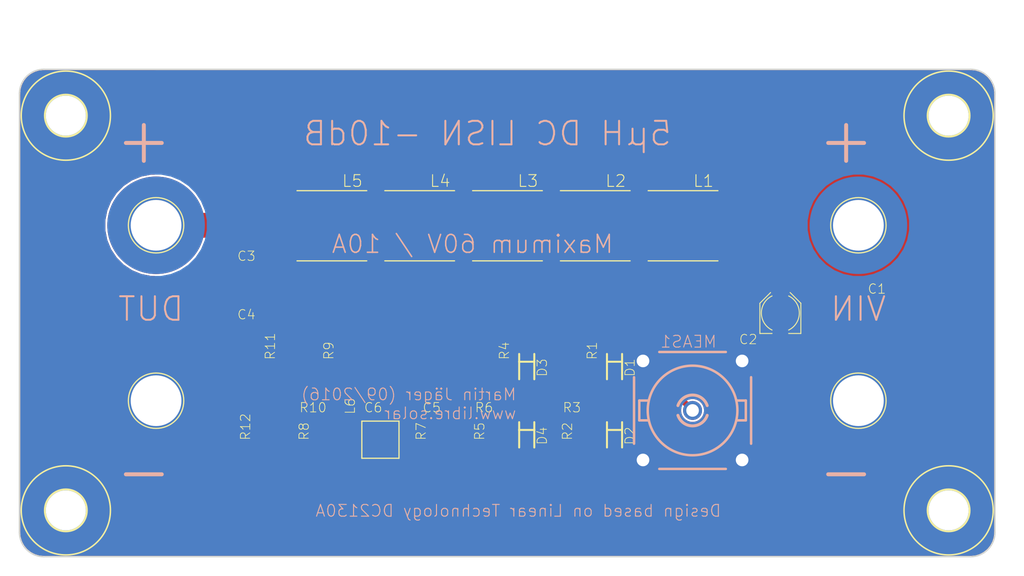
<source format=kicad_pcb>
(kicad_pcb (version 20171130) (host pcbnew "(5.1.0-0)")

  (general
    (thickness 1.6)
    (drawings 19)
    (tracks 39)
    (zones 0)
    (modules 37)
    (nets 15)
  )

  (page A4)
  (layers
    (0 Top signal)
    (31 Bottom signal)
    (32 B.Adhes user)
    (33 F.Adhes user)
    (34 B.Paste user)
    (35 F.Paste user)
    (36 B.SilkS user)
    (37 F.SilkS user)
    (38 B.Mask user)
    (39 F.Mask user)
    (40 Dwgs.User user)
    (41 Cmts.User user)
    (42 Eco1.User user)
    (43 Eco2.User user)
    (44 Edge.Cuts user)
    (45 Margin user)
    (46 B.CrtYd user)
    (47 F.CrtYd user)
    (48 B.Fab user)
    (49 F.Fab user)
  )

  (setup
    (last_trace_width 0.25)
    (trace_clearance 0.2)
    (zone_clearance 0.508)
    (zone_45_only no)
    (trace_min 0.2)
    (via_size 0.8)
    (via_drill 0.4)
    (via_min_size 0.4)
    (via_min_drill 0.3)
    (uvia_size 0.3)
    (uvia_drill 0.1)
    (uvias_allowed no)
    (uvia_min_size 0.2)
    (uvia_min_drill 0.1)
    (edge_width 0.05)
    (segment_width 0.2)
    (pcb_text_width 0.3)
    (pcb_text_size 1.5 1.5)
    (mod_edge_width 0.12)
    (mod_text_size 1 1)
    (mod_text_width 0.15)
    (pad_size 1.524 1.524)
    (pad_drill 0.762)
    (pad_to_mask_clearance 0.051)
    (solder_mask_min_width 0.25)
    (aux_axis_origin 0 0)
    (visible_elements FFFFFF7F)
    (pcbplotparams
      (layerselection 0x010fc_ffffffff)
      (usegerberextensions false)
      (usegerberattributes false)
      (usegerberadvancedattributes false)
      (creategerberjobfile false)
      (excludeedgelayer true)
      (linewidth 0.100000)
      (plotframeref false)
      (viasonmask false)
      (mode 1)
      (useauxorigin false)
      (hpglpennumber 1)
      (hpglpenspeed 20)
      (hpglpendiameter 15.000000)
      (psnegative false)
      (psa4output false)
      (plotreference true)
      (plotvalue true)
      (plotinvisibletext false)
      (padsonsilk false)
      (subtractmaskfromsilk false)
      (outputformat 1)
      (mirror false)
      (drillshape 1)
      (scaleselection 1)
      (outputdirectory ""))
  )

  (net 0 "")
  (net 1 GND)
  (net 2 "Net-(L1-Pad2)")
  (net 3 "Net-(C1-Pad1)")
  (net 4 "Net-(L2-Pad2)")
  (net 5 "Net-(L3-Pad2)")
  (net 6 "Net-(L4-Pad2)")
  (net 7 "Net-(C3-Pad1)")
  (net 8 "Net-(C3-Pad2)")
  (net 9 "Net-(D1-PadA)")
  (net 10 "Net-(D3-PadA)")
  (net 11 "Net-(C5-Pad1)")
  (net 12 "Net-(C5-Pad2)")
  (net 13 "Net-(C6-Pad2)")
  (net 14 "Net-(C4-Pad2)")

  (net_class Default "This is the default net class."
    (clearance 0.2)
    (trace_width 0.25)
    (via_dia 0.8)
    (via_drill 0.4)
    (uvia_dia 0.3)
    (uvia_drill 0.1)
    (add_net GND)
    (add_net "Net-(C1-Pad1)")
    (add_net "Net-(C3-Pad1)")
    (add_net "Net-(C3-Pad2)")
    (add_net "Net-(C4-Pad2)")
    (add_net "Net-(C5-Pad1)")
    (add_net "Net-(C5-Pad2)")
    (add_net "Net-(C6-Pad2)")
    (add_net "Net-(D1-PadA)")
    (add_net "Net-(D3-PadA)")
    (add_net "Net-(L1-Pad2)")
    (add_net "Net-(L2-Pad2)")
    (add_net "Net-(L3-Pad2)")
    (add_net "Net-(L4-Pad2)")
  )

  (module 5uH_LISN:C1210 (layer Top) (tedit 0) (tstamp 5CBDAB60)
    (at 183.5011 105.0036 270)
    (descr <b>CAPACITOR</b>)
    (path /C018380228163606)
    (fp_text reference C1 (at -1.905 -1.905) (layer F.SilkS)
      (effects (font (size 0.9652 0.9652) (thickness 0.077216)) (justify left bottom))
    )
    (fp_text value 4.7u (at -1.905 3.175 90) (layer F.Fab)
      (effects (font (size 1.2065 1.2065) (thickness 0.09652)) (justify right top))
    )
    (fp_poly (pts (xy -0.1999 0.4001) (xy 0.1999 0.4001) (xy 0.1999 -0.4001) (xy -0.1999 -0.4001)) (layer F.Adhes) (width 0))
    (fp_poly (pts (xy 0.9517 1.3045) (xy 1.7018 1.3045) (xy 1.7018 -1.2954) (xy 0.9517 -1.2954)) (layer F.Fab) (width 0))
    (fp_poly (pts (xy -1.7018 1.2954) (xy -0.9517 1.2954) (xy -0.9517 -1.3045) (xy -1.7018 -1.3045)) (layer F.Fab) (width 0))
    (fp_line (start 2.473 -1.483) (end 2.473 1.483) (layer Dwgs.User) (width 0.0508))
    (fp_line (start -0.9652 1.2446) (end 0.9652 1.2446) (layer F.Fab) (width 0.1016))
    (fp_line (start -0.9652 -1.2446) (end 0.9652 -1.2446) (layer F.Fab) (width 0.1016))
    (fp_line (start -2.473 1.483) (end -2.473 -1.483) (layer Dwgs.User) (width 0.0508))
    (fp_line (start 2.473 1.483) (end -2.473 1.483) (layer Dwgs.User) (width 0.0508))
    (fp_line (start -2.473 -1.483) (end 2.473 -1.483) (layer Dwgs.User) (width 0.0508))
    (pad 2 smd rect (at 1.4 0 270) (size 1.6 2.7) (layers Top F.Paste F.Mask)
      (net 1 GND) (solder_mask_margin 0.1016))
    (pad 1 smd rect (at -1.4 0 270) (size 1.6 2.7) (layers Top F.Paste F.Mask)
      (net 3 "Net-(C1-Pad1)") (solder_mask_margin 0.1016))
  )

  (module 5uH_LISN:PANASONIC_B (layer Top) (tedit 0) (tstamp 5CBDAB6E)
    (at 176.5011 105.0036 90)
    (descr "<b>Panasonic Aluminium Electrolytic Capacitor VS-Serie Package B</b>")
    (path /544A10D139FF0AA9)
    (fp_text reference C2 (at -2.15 -2.3) (layer F.SilkS)
      (effects (font (size 0.9652 0.9652) (thickness 0.077216)) (justify right top))
    )
    (fp_text value 22u (at -2.15 3.275 90) (layer F.Fab)
      (effects (font (size 0.9652 0.9652) (thickness 0.077216)) (justify left bottom))
    )
    (fp_poly (pts (xy -1.25 -1.45) (xy -1.7 -0.85) (xy -1.85 -0.35) (xy -1.85 0.4)
      (xy -1.7 0.85) (xy -1.25 1.4) (xy -1.25 -1.4)) (layer F.Fab) (width 0))
    (fp_poly (pts (xy 1.9 0.35) (xy 2.3 0.35) (xy 2.3 -0.35) (xy 1.9 -0.35)) (layer F.Fab) (width 0))
    (fp_poly (pts (xy -2.3 0.35) (xy -1.85 0.35) (xy -1.85 -0.35) (xy -2.3 -0.35)) (layer F.Fab) (width 0))
    (fp_circle (center 0 0) (end 1.95 0) (layer F.Fab) (width 0.1016))
    (fp_line (start -1.2 -1.5) (end -1.2 1.5) (layer F.Fab) (width 0.1016))
    (fp_line (start -2.1 2.1) (end -2.1 0.85) (layer F.SilkS) (width 0.1016))
    (fp_line (start 1 2.1) (end -2.1 2.1) (layer F.SilkS) (width 0.1016))
    (fp_line (start 2.1 1) (end 1 2.1) (layer F.SilkS) (width 0.1016))
    (fp_line (start 1 -2.1) (end 2.1 -1) (layer F.SilkS) (width 0.1016))
    (fp_line (start -2.1 -2.1) (end 1 -2.1) (layer F.SilkS) (width 0.1016))
    (fp_line (start -2.1 -0.85) (end -2.1 -2.1) (layer F.SilkS) (width 0.1016))
    (fp_arc (start 0 0) (end -1.75 0.85) (angle -128.186984) (layer F.SilkS) (width 0.1016))
    (fp_arc (start 0 0) (end -1.75 -0.85) (angle 128.186984) (layer F.SilkS) (width 0.1016))
    (fp_line (start -2.1 2.1) (end -2.1 -2.1) (layer F.Fab) (width 0.1016))
    (fp_line (start 1 2.1) (end -2.1 2.1) (layer F.Fab) (width 0.1016))
    (fp_line (start 2.1 1) (end 1 2.1) (layer F.Fab) (width 0.1016))
    (fp_line (start 2.1 -1) (end 2.1 1) (layer F.Fab) (width 0.1016))
    (fp_line (start 1 -2.1) (end 2.1 -1) (layer F.Fab) (width 0.1016))
    (fp_line (start -2.1 -2.1) (end 1 -2.1) (layer F.Fab) (width 0.1016))
    (pad + smd rect (at 1.6 0 90) (size 2.2 1.4) (layers Top F.Paste F.Mask)
      (net 3 "Net-(C1-Pad1)") (solder_mask_margin 0.1016))
    (pad - smd rect (at -1.6 0 90) (size 2.2 1.4) (layers Top F.Paste F.Mask)
      (net 1 GND) (solder_mask_margin 0.1016))
  )

  (module 5uH_LISN:C1206 (layer Top) (tedit 0) (tstamp 5CBDAB86)
    (at 119.5011 101.0036 270)
    (descr <b>CAPACITOR</b>)
    (path /332E439F742C1862)
    (fp_text reference C3 (at -1.27 -1.27) (layer F.SilkS)
      (effects (font (size 0.9652 0.9652) (thickness 0.077216)) (justify left bottom))
    )
    (fp_text value 0.1u (at -1.27 2.54 90) (layer F.Fab)
      (effects (font (size 1.2065 1.2065) (thickness 0.09652)) (justify right top))
    )
    (fp_poly (pts (xy -0.1999 0.4001) (xy 0.1999 0.4001) (xy 0.1999 -0.4001) (xy -0.1999 -0.4001)) (layer F.Adhes) (width 0))
    (fp_poly (pts (xy 0.9517 0.8491) (xy 1.7018 0.8491) (xy 1.7018 -0.8509) (xy 0.9517 -0.8509)) (layer F.Fab) (width 0))
    (fp_poly (pts (xy -1.7018 0.8509) (xy -0.9517 0.8509) (xy -0.9517 -0.8491) (xy -1.7018 -0.8491)) (layer F.Fab) (width 0))
    (fp_line (start -0.965 0.787) (end 0.965 0.787) (layer F.Fab) (width 0.1016))
    (fp_line (start -0.965 -0.787) (end 0.965 -0.787) (layer F.Fab) (width 0.1016))
    (fp_line (start 2.473 -0.983) (end 2.473 0.983) (layer Dwgs.User) (width 0.0508))
    (fp_line (start -2.473 0.983) (end -2.473 -0.983) (layer Dwgs.User) (width 0.0508))
    (fp_line (start 2.473 0.983) (end -2.473 0.983) (layer Dwgs.User) (width 0.0508))
    (fp_line (start -2.473 -0.983) (end 2.473 -0.983) (layer Dwgs.User) (width 0.0508))
    (pad 2 smd rect (at 1.4 0 270) (size 1.6 1.8) (layers Top F.Paste F.Mask)
      (net 8 "Net-(C3-Pad2)") (solder_mask_margin 0.1016))
    (pad 1 smd rect (at -1.4 0 270) (size 1.6 1.8) (layers Top F.Paste F.Mask)
      (net 7 "Net-(C3-Pad1)") (solder_mask_margin 0.1016))
  )

  (module 5uH_LISN:WE-HCI_7030_7040_7050 (layer Top) (tedit 0) (tstamp 5CBDAB94)
    (at 166.5011 96.0036 180)
    (descr "SMD-Flat Wire High Current Inductor WE-HCI")
    (path /40E09D701612A9AD)
    (fp_text reference L1 (at -3.25 5.25) (layer F.SilkS)
      (effects (font (size 1.2065 1.2065) (thickness 0.09652)) (justify right top))
    )
    (fp_text value 1.1µH (at -3.5 -4) (layer F.Fab)
      (effects (font (size 1.2065 1.2065) (thickness 0.09652)) (justify right top))
    )
    (fp_line (start 4 -4) (end -4 -4) (layer Dwgs.User) (width 0.127))
    (fp_line (start 4 4) (end 4 -4) (layer Dwgs.User) (width 0.127))
    (fp_line (start -4 4) (end 4 4) (layer Dwgs.User) (width 0.127))
    (fp_line (start -4 -4) (end -4 4) (layer Dwgs.User) (width 0.127))
    (fp_poly (pts (xy -0.5 0.25) (xy 0.5001 0.25) (xy 0.5001 -0.2501) (xy -0.5 -0.2501)) (layer F.Fab) (width 0))
    (fp_line (start -2.5 0) (end 2.5 0) (layer F.Fab) (width 0.127))
    (fp_line (start 3.6 -3.6) (end 3.6 3.5) (layer F.Fab) (width 0.127))
    (fp_line (start -3.6 -3.6) (end -3.6 3.5) (layer F.Fab) (width 0.127))
    (fp_line (start -3.6 3.55) (end 3.55 3.55) (layer F.SilkS) (width 0.127))
    (fp_line (start -3.6 -3.65) (end 3.55 -3.65) (layer F.SilkS) (width 0.127))
    (pad 2 smd rect (at 2.45 0) (size 2.5 3) (layers Top F.Paste F.Mask)
      (net 2 "Net-(L1-Pad2)") (solder_mask_margin 0.1016))
    (pad 1 smd rect (at -2.45 0) (size 2.5 3) (layers Top F.Paste F.Mask)
      (net 3 "Net-(C1-Pad1)") (solder_mask_margin 0.1016))
  )

  (module 5uH_LISN:WE-HCI_7030_7040_7050 (layer Top) (tedit 0) (tstamp 5CBDABA3)
    (at 157.5011 96.0036 180)
    (descr "SMD-Flat Wire High Current Inductor WE-HCI")
    (path /2547D727674F36F1)
    (fp_text reference L2 (at -3.25 5.25) (layer F.SilkS)
      (effects (font (size 1.2065 1.2065) (thickness 0.09652)) (justify right top))
    )
    (fp_text value 1.1µH (at -3.5 -4) (layer F.Fab)
      (effects (font (size 1.2065 1.2065) (thickness 0.09652)) (justify right top))
    )
    (fp_line (start 4 -4) (end -4 -4) (layer Dwgs.User) (width 0.127))
    (fp_line (start 4 4) (end 4 -4) (layer Dwgs.User) (width 0.127))
    (fp_line (start -4 4) (end 4 4) (layer Dwgs.User) (width 0.127))
    (fp_line (start -4 -4) (end -4 4) (layer Dwgs.User) (width 0.127))
    (fp_poly (pts (xy -0.5 0.25) (xy 0.5001 0.25) (xy 0.5001 -0.2501) (xy -0.5 -0.2501)) (layer F.Fab) (width 0))
    (fp_line (start -2.5 0) (end 2.5 0) (layer F.Fab) (width 0.127))
    (fp_line (start 3.6 -3.6) (end 3.6 3.5) (layer F.Fab) (width 0.127))
    (fp_line (start -3.6 -3.6) (end -3.6 3.5) (layer F.Fab) (width 0.127))
    (fp_line (start -3.6 3.55) (end 3.55 3.55) (layer F.SilkS) (width 0.127))
    (fp_line (start -3.6 -3.65) (end 3.55 -3.65) (layer F.SilkS) (width 0.127))
    (pad 2 smd rect (at 2.45 0) (size 2.5 3) (layers Top F.Paste F.Mask)
      (net 4 "Net-(L2-Pad2)") (solder_mask_margin 0.1016))
    (pad 1 smd rect (at -2.45 0) (size 2.5 3) (layers Top F.Paste F.Mask)
      (net 2 "Net-(L1-Pad2)") (solder_mask_margin 0.1016))
  )

  (module 5uH_LISN:WE-HCI_7030_7040_7050 (layer Top) (tedit 0) (tstamp 5CBDABB2)
    (at 148.5011 96.0036 180)
    (descr "SMD-Flat Wire High Current Inductor WE-HCI")
    (path /D79D4B7944595545)
    (fp_text reference L3 (at -3.25 5.25) (layer F.SilkS)
      (effects (font (size 1.2065 1.2065) (thickness 0.09652)) (justify right top))
    )
    (fp_text value 1.1µH (at -3.5 -4) (layer F.Fab)
      (effects (font (size 1.2065 1.2065) (thickness 0.09652)) (justify right top))
    )
    (fp_line (start 4 -4) (end -4 -4) (layer Dwgs.User) (width 0.127))
    (fp_line (start 4 4) (end 4 -4) (layer Dwgs.User) (width 0.127))
    (fp_line (start -4 4) (end 4 4) (layer Dwgs.User) (width 0.127))
    (fp_line (start -4 -4) (end -4 4) (layer Dwgs.User) (width 0.127))
    (fp_poly (pts (xy -0.5 0.25) (xy 0.5001 0.25) (xy 0.5001 -0.2501) (xy -0.5 -0.2501)) (layer F.Fab) (width 0))
    (fp_line (start -2.5 0) (end 2.5 0) (layer F.Fab) (width 0.127))
    (fp_line (start 3.6 -3.6) (end 3.6 3.5) (layer F.Fab) (width 0.127))
    (fp_line (start -3.6 -3.6) (end -3.6 3.5) (layer F.Fab) (width 0.127))
    (fp_line (start -3.6 3.55) (end 3.55 3.55) (layer F.SilkS) (width 0.127))
    (fp_line (start -3.6 -3.65) (end 3.55 -3.65) (layer F.SilkS) (width 0.127))
    (pad 2 smd rect (at 2.45 0) (size 2.5 3) (layers Top F.Paste F.Mask)
      (net 5 "Net-(L3-Pad2)") (solder_mask_margin 0.1016))
    (pad 1 smd rect (at -2.45 0) (size 2.5 3) (layers Top F.Paste F.Mask)
      (net 4 "Net-(L2-Pad2)") (solder_mask_margin 0.1016))
  )

  (module 5uH_LISN:WE-HCI_7030_7040_7050 (layer Top) (tedit 0) (tstamp 5CBDABC1)
    (at 139.5011 96.0036 180)
    (descr "SMD-Flat Wire High Current Inductor WE-HCI")
    (path /6AFD943150C3F7AD)
    (fp_text reference L4 (at -3.25 5.25) (layer F.SilkS)
      (effects (font (size 1.2065 1.2065) (thickness 0.09652)) (justify right top))
    )
    (fp_text value 1.1µH (at -3.5 -4) (layer F.Fab)
      (effects (font (size 1.2065 1.2065) (thickness 0.09652)) (justify right top))
    )
    (fp_line (start 4 -4) (end -4 -4) (layer Dwgs.User) (width 0.127))
    (fp_line (start 4 4) (end 4 -4) (layer Dwgs.User) (width 0.127))
    (fp_line (start -4 4) (end 4 4) (layer Dwgs.User) (width 0.127))
    (fp_line (start -4 -4) (end -4 4) (layer Dwgs.User) (width 0.127))
    (fp_poly (pts (xy -0.5 0.25) (xy 0.5001 0.25) (xy 0.5001 -0.2501) (xy -0.5 -0.2501)) (layer F.Fab) (width 0))
    (fp_line (start -2.5 0) (end 2.5 0) (layer F.Fab) (width 0.127))
    (fp_line (start 3.6 -3.6) (end 3.6 3.5) (layer F.Fab) (width 0.127))
    (fp_line (start -3.6 -3.6) (end -3.6 3.5) (layer F.Fab) (width 0.127))
    (fp_line (start -3.6 3.55) (end 3.55 3.55) (layer F.SilkS) (width 0.127))
    (fp_line (start -3.6 -3.65) (end 3.55 -3.65) (layer F.SilkS) (width 0.127))
    (pad 2 smd rect (at 2.45 0) (size 2.5 3) (layers Top F.Paste F.Mask)
      (net 6 "Net-(L4-Pad2)") (solder_mask_margin 0.1016))
    (pad 1 smd rect (at -2.45 0) (size 2.5 3) (layers Top F.Paste F.Mask)
      (net 5 "Net-(L3-Pad2)") (solder_mask_margin 0.1016))
  )

  (module 5uH_LISN:WE-HCI_7030_7040_7050 (layer Top) (tedit 0) (tstamp 5CBDABD0)
    (at 130.5011 96.0036 180)
    (descr "SMD-Flat Wire High Current Inductor WE-HCI")
    (path /5954536F8F5BA7C8)
    (fp_text reference L5 (at -3.25 5.25) (layer F.SilkS)
      (effects (font (size 1.2065 1.2065) (thickness 0.09652)) (justify right top))
    )
    (fp_text value 1.1µH (at -3.5 -4) (layer F.Fab)
      (effects (font (size 1.2065 1.2065) (thickness 0.09652)) (justify right top))
    )
    (fp_line (start 4 -4) (end -4 -4) (layer Dwgs.User) (width 0.127))
    (fp_line (start 4 4) (end 4 -4) (layer Dwgs.User) (width 0.127))
    (fp_line (start -4 4) (end 4 4) (layer Dwgs.User) (width 0.127))
    (fp_line (start -4 -4) (end -4 4) (layer Dwgs.User) (width 0.127))
    (fp_poly (pts (xy -0.5 0.25) (xy 0.5001 0.25) (xy 0.5001 -0.2501) (xy -0.5 -0.2501)) (layer F.Fab) (width 0))
    (fp_line (start -2.5 0) (end 2.5 0) (layer F.Fab) (width 0.127))
    (fp_line (start 3.6 -3.6) (end 3.6 3.5) (layer F.Fab) (width 0.127))
    (fp_line (start -3.6 -3.6) (end -3.6 3.5) (layer F.Fab) (width 0.127))
    (fp_line (start -3.6 3.55) (end 3.55 3.55) (layer F.SilkS) (width 0.127))
    (fp_line (start -3.6 -3.65) (end 3.55 -3.65) (layer F.SilkS) (width 0.127))
    (pad 2 smd rect (at 2.45 0) (size 2.5 3) (layers Top F.Paste F.Mask)
      (net 7 "Net-(C3-Pad1)") (solder_mask_margin 0.1016))
    (pad 1 smd rect (at -2.45 0) (size 2.5 3) (layers Top F.Paste F.Mask)
      (net 6 "Net-(L4-Pad2)") (solder_mask_margin 0.1016))
  )

  (module 5uH_LISN:R0805 (layer Top) (tedit 0) (tstamp 5CBDABDF)
    (at 156.5011 110.5036 270)
    (descr <b>RESISTOR</b><p>)
    (path /6730AE470D4EAC46)
    (fp_text reference R1 (at -0.635 -1.27 90) (layer F.SilkS)
      (effects (font (size 0.9652 0.9652) (thickness 0.077216)) (justify left bottom))
    )
    (fp_text value 910 (at -0.635 2.54 90) (layer F.Fab)
      (effects (font (size 1.2065 1.2065) (thickness 0.09652)) (justify right top))
    )
    (fp_poly (pts (xy -0.1999 0.5001) (xy 0.1999 0.5001) (xy 0.1999 -0.5001) (xy -0.1999 -0.5001)) (layer F.Adhes) (width 0))
    (fp_poly (pts (xy -1.0668 0.6985) (xy -0.4168 0.6985) (xy -0.4168 -0.7015) (xy -1.0668 -0.7015)) (layer F.Fab) (width 0))
    (fp_poly (pts (xy 0.4064 0.6985) (xy 1.0564 0.6985) (xy 1.0564 -0.7015) (xy 0.4064 -0.7015)) (layer F.Fab) (width 0))
    (fp_line (start -1.973 0.983) (end -1.973 -0.983) (layer Dwgs.User) (width 0.0508))
    (fp_line (start 1.973 0.983) (end -1.973 0.983) (layer Dwgs.User) (width 0.0508))
    (fp_line (start 1.973 -0.983) (end 1.973 0.983) (layer Dwgs.User) (width 0.0508))
    (fp_line (start -1.973 -0.983) (end 1.973 -0.983) (layer Dwgs.User) (width 0.0508))
    (fp_line (start -0.41 0.635) (end 0.41 0.635) (layer F.Fab) (width 0.1524))
    (fp_line (start -0.41 -0.635) (end 0.41 -0.635) (layer F.Fab) (width 0.1524))
    (pad 2 smd rect (at 0.95 0 270) (size 1.3 1.5) (layers Top F.Paste F.Mask)
      (net 9 "Net-(D1-PadA)") (solder_mask_margin 0.1016))
    (pad 1 smd rect (at -0.95 0 270) (size 1.3 1.5) (layers Top F.Paste F.Mask)
      (net 1 GND) (solder_mask_margin 0.1016))
  )

  (module 5uH_LISN:SOD-123 (layer Top) (tedit 0) (tstamp 5CBDABED)
    (at 159.5011 110.5036 270)
    (descr "100V/150mA 1N4148 - Super Cheap")
    (path /21CC82FCD544EE27)
    (fp_text reference D1 (at -0.889 -1.016 90) (layer F.SilkS)
      (effects (font (size 0.9652 0.9652) (thickness 0.077216)) (justify right top))
    )
    (fp_text value 1N4148W (at -1.016 1.397 90) (layer F.Fab)
      (effects (font (size 0.38608 0.38608) (thickness 0.030886)) (justify right top))
    )
    (fp_line (start -1.35 0.775) (end -1.35 -0.775) (layer F.Fab) (width 0.127))
    (fp_line (start 1.35 0.775) (end -1.35 0.775) (layer F.Fab) (width 0.127))
    (fp_line (start 1.35 -0.775) (end 1.35 0.775) (layer F.Fab) (width 0.127))
    (fp_line (start -1.35 -0.775) (end 1.35 -0.775) (layer F.Fab) (width 0.127))
    (fp_line (start -0.5 -0.775) (end -0.5 0.775) (layer F.SilkS) (width 0.2032))
    (fp_line (start -0.5 0.775) (end 1.3 0.775) (layer F.SilkS) (width 0.2032))
    (fp_line (start -1.3 0.775) (end -0.5 0.775) (layer F.SilkS) (width 0.2032))
    (fp_line (start -0.5 -0.775) (end 1.3 -0.775) (layer F.SilkS) (width 0.2032))
    (fp_line (start -1.3 -0.775) (end -0.5 -0.775) (layer F.SilkS) (width 0.2032))
    (pad A smd rect (at 1.575 0 270) (size 0.9 0.95) (layers Top F.Paste F.Mask)
      (net 9 "Net-(D1-PadA)") (solder_mask_margin 0.1016))
    (pad C smd rect (at -1.575 0 270) (size 0.9 0.95) (layers Top F.Paste F.Mask)
      (net 1 GND) (solder_mask_margin 0.1016))
  )

  (module 5uH_LISN:R0805 (layer Top) (tedit 0) (tstamp 5CBDABFB)
    (at 156.5011 117.5036 90)
    (descr <b>RESISTOR</b><p>)
    (path /4A2348D35CA4ED8)
    (fp_text reference R2 (at -0.635 -1.27 90) (layer F.SilkS)
      (effects (font (size 0.9652 0.9652) (thickness 0.077216)) (justify left bottom))
    )
    (fp_text value 820 (at -0.635 2.54 90) (layer F.Fab)
      (effects (font (size 1.2065 1.2065) (thickness 0.09652)) (justify left bottom))
    )
    (fp_poly (pts (xy -0.1999 0.5001) (xy 0.1999 0.5001) (xy 0.1999 -0.5001) (xy -0.1999 -0.5001)) (layer F.Adhes) (width 0))
    (fp_poly (pts (xy -1.0668 0.6985) (xy -0.4168 0.6985) (xy -0.4168 -0.7015) (xy -1.0668 -0.7015)) (layer F.Fab) (width 0))
    (fp_poly (pts (xy 0.4064 0.6985) (xy 1.0564 0.6985) (xy 1.0564 -0.7015) (xy 0.4064 -0.7015)) (layer F.Fab) (width 0))
    (fp_line (start -1.973 0.983) (end -1.973 -0.983) (layer Dwgs.User) (width 0.0508))
    (fp_line (start 1.973 0.983) (end -1.973 0.983) (layer Dwgs.User) (width 0.0508))
    (fp_line (start 1.973 -0.983) (end 1.973 0.983) (layer Dwgs.User) (width 0.0508))
    (fp_line (start -1.973 -0.983) (end 1.973 -0.983) (layer Dwgs.User) (width 0.0508))
    (fp_line (start -0.41 0.635) (end 0.41 0.635) (layer F.Fab) (width 0.1524))
    (fp_line (start -0.41 -0.635) (end 0.41 -0.635) (layer F.Fab) (width 0.1524))
    (pad 2 smd rect (at 0.95 0 90) (size 1.3 1.5) (layers Top F.Paste F.Mask)
      (net 9 "Net-(D1-PadA)") (solder_mask_margin 0.1016))
    (pad 1 smd rect (at -0.95 0 90) (size 1.3 1.5) (layers Top F.Paste F.Mask)
      (net 1 GND) (solder_mask_margin 0.1016))
  )

  (module 5uH_LISN:R0805 (layer Top) (tedit 0) (tstamp 5CBDAC09)
    (at 153.5011 114.0036 180)
    (descr <b>RESISTOR</b><p>)
    (path /AE841D62CD3893A2)
    (fp_text reference R3 (at -0.635 -1.27) (layer F.SilkS)
      (effects (font (size 0.9652 0.9652) (thickness 0.077216)) (justify left bottom))
    )
    (fp_text value 12 (at -0.635 2.54) (layer F.Fab)
      (effects (font (size 1.2065 1.2065) (thickness 0.09652)) (justify right top))
    )
    (fp_poly (pts (xy -0.1999 0.5001) (xy 0.1999 0.5001) (xy 0.1999 -0.5001) (xy -0.1999 -0.5001)) (layer F.Adhes) (width 0))
    (fp_poly (pts (xy -1.0668 0.6985) (xy -0.4168 0.6985) (xy -0.4168 -0.7015) (xy -1.0668 -0.7015)) (layer F.Fab) (width 0))
    (fp_poly (pts (xy 0.4064 0.6985) (xy 1.0564 0.6985) (xy 1.0564 -0.7015) (xy 0.4064 -0.7015)) (layer F.Fab) (width 0))
    (fp_line (start -1.973 0.983) (end -1.973 -0.983) (layer Dwgs.User) (width 0.0508))
    (fp_line (start 1.973 0.983) (end -1.973 0.983) (layer Dwgs.User) (width 0.0508))
    (fp_line (start 1.973 -0.983) (end 1.973 0.983) (layer Dwgs.User) (width 0.0508))
    (fp_line (start -1.973 -0.983) (end 1.973 -0.983) (layer Dwgs.User) (width 0.0508))
    (fp_line (start -0.41 0.635) (end 0.41 0.635) (layer F.Fab) (width 0.1524))
    (fp_line (start -0.41 -0.635) (end 0.41 -0.635) (layer F.Fab) (width 0.1524))
    (pad 2 smd rect (at 0.95 0 180) (size 1.3 1.5) (layers Top F.Paste F.Mask)
      (net 10 "Net-(D3-PadA)") (solder_mask_margin 0.1016))
    (pad 1 smd rect (at -0.95 0 180) (size 1.3 1.5) (layers Top F.Paste F.Mask)
      (net 9 "Net-(D1-PadA)") (solder_mask_margin 0.1016))
  )

  (module 5uH_LISN:R0805 (layer Top) (tedit 0) (tstamp 5CBDAC17)
    (at 147.5011 110.5036 270)
    (descr <b>RESISTOR</b><p>)
    (path /870DEB6B43C1CB7F)
    (fp_text reference R4 (at -0.635 -1.27 90) (layer F.SilkS)
      (effects (font (size 0.9652 0.9652) (thickness 0.077216)) (justify left bottom))
    )
    (fp_text value 240 (at -0.635 2.54 90) (layer F.Fab)
      (effects (font (size 1.2065 1.2065) (thickness 0.09652)) (justify right top))
    )
    (fp_poly (pts (xy -0.1999 0.5001) (xy 0.1999 0.5001) (xy 0.1999 -0.5001) (xy -0.1999 -0.5001)) (layer F.Adhes) (width 0))
    (fp_poly (pts (xy -1.0668 0.6985) (xy -0.4168 0.6985) (xy -0.4168 -0.7015) (xy -1.0668 -0.7015)) (layer F.Fab) (width 0))
    (fp_poly (pts (xy 0.4064 0.6985) (xy 1.0564 0.6985) (xy 1.0564 -0.7015) (xy 0.4064 -0.7015)) (layer F.Fab) (width 0))
    (fp_line (start -1.973 0.983) (end -1.973 -0.983) (layer Dwgs.User) (width 0.0508))
    (fp_line (start 1.973 0.983) (end -1.973 0.983) (layer Dwgs.User) (width 0.0508))
    (fp_line (start 1.973 -0.983) (end 1.973 0.983) (layer Dwgs.User) (width 0.0508))
    (fp_line (start -1.973 -0.983) (end 1.973 -0.983) (layer Dwgs.User) (width 0.0508))
    (fp_line (start -0.41 0.635) (end 0.41 0.635) (layer F.Fab) (width 0.1524))
    (fp_line (start -0.41 -0.635) (end 0.41 -0.635) (layer F.Fab) (width 0.1524))
    (pad 2 smd rect (at 0.95 0 270) (size 1.3 1.5) (layers Top F.Paste F.Mask)
      (net 10 "Net-(D3-PadA)") (solder_mask_margin 0.1016))
    (pad 1 smd rect (at -0.95 0 270) (size 1.3 1.5) (layers Top F.Paste F.Mask)
      (net 1 GND) (solder_mask_margin 0.1016))
  )

  (module 5uH_LISN:R0805 (layer Top) (tedit 0) (tstamp 5CBDAC25)
    (at 147.5011 117.5036 90)
    (descr <b>RESISTOR</b><p>)
    (path /182E94ED3A4EBAD5)
    (fp_text reference R5 (at -0.635 -1.27 90) (layer F.SilkS)
      (effects (font (size 0.9652 0.9652) (thickness 0.077216)) (justify left bottom))
    )
    (fp_text value 270 (at -0.635 2.54 90) (layer F.Fab)
      (effects (font (size 1.2065 1.2065) (thickness 0.09652)) (justify left bottom))
    )
    (fp_poly (pts (xy -0.1999 0.5001) (xy 0.1999 0.5001) (xy 0.1999 -0.5001) (xy -0.1999 -0.5001)) (layer F.Adhes) (width 0))
    (fp_poly (pts (xy -1.0668 0.6985) (xy -0.4168 0.6985) (xy -0.4168 -0.7015) (xy -1.0668 -0.7015)) (layer F.Fab) (width 0))
    (fp_poly (pts (xy 0.4064 0.6985) (xy 1.0564 0.6985) (xy 1.0564 -0.7015) (xy 0.4064 -0.7015)) (layer F.Fab) (width 0))
    (fp_line (start -1.973 0.983) (end -1.973 -0.983) (layer Dwgs.User) (width 0.0508))
    (fp_line (start 1.973 0.983) (end -1.973 0.983) (layer Dwgs.User) (width 0.0508))
    (fp_line (start 1.973 -0.983) (end 1.973 0.983) (layer Dwgs.User) (width 0.0508))
    (fp_line (start -1.973 -0.983) (end 1.973 -0.983) (layer Dwgs.User) (width 0.0508))
    (fp_line (start -0.41 0.635) (end 0.41 0.635) (layer F.Fab) (width 0.1524))
    (fp_line (start -0.41 -0.635) (end 0.41 -0.635) (layer F.Fab) (width 0.1524))
    (pad 2 smd rect (at 0.95 0 90) (size 1.3 1.5) (layers Top F.Paste F.Mask)
      (net 10 "Net-(D3-PadA)") (solder_mask_margin 0.1016))
    (pad 1 smd rect (at -0.95 0 90) (size 1.3 1.5) (layers Top F.Paste F.Mask)
      (net 1 GND) (solder_mask_margin 0.1016))
  )

  (module 5uH_LISN:R0805 (layer Top) (tedit 0) (tstamp 5CBDAC33)
    (at 144.5011 114.0036 180)
    (descr <b>RESISTOR</b><p>)
    (path /EE6701B4A19C32E2)
    (fp_text reference R6 (at -0.635 -1.27) (layer F.SilkS)
      (effects (font (size 0.9652 0.9652) (thickness 0.077216)) (justify left bottom))
    )
    (fp_text value 30 (at -0.635 2.54) (layer F.Fab)
      (effects (font (size 1.2065 1.2065) (thickness 0.09652)) (justify right top))
    )
    (fp_poly (pts (xy -0.1999 0.5001) (xy 0.1999 0.5001) (xy 0.1999 -0.5001) (xy -0.1999 -0.5001)) (layer F.Adhes) (width 0))
    (fp_poly (pts (xy -1.0668 0.6985) (xy -0.4168 0.6985) (xy -0.4168 -0.7015) (xy -1.0668 -0.7015)) (layer F.Fab) (width 0))
    (fp_poly (pts (xy 0.4064 0.6985) (xy 1.0564 0.6985) (xy 1.0564 -0.7015) (xy 0.4064 -0.7015)) (layer F.Fab) (width 0))
    (fp_line (start -1.973 0.983) (end -1.973 -0.983) (layer Dwgs.User) (width 0.0508))
    (fp_line (start 1.973 0.983) (end -1.973 0.983) (layer Dwgs.User) (width 0.0508))
    (fp_line (start 1.973 -0.983) (end 1.973 0.983) (layer Dwgs.User) (width 0.0508))
    (fp_line (start -1.973 -0.983) (end 1.973 -0.983) (layer Dwgs.User) (width 0.0508))
    (fp_line (start -0.41 0.635) (end 0.41 0.635) (layer F.Fab) (width 0.1524))
    (fp_line (start -0.41 -0.635) (end 0.41 -0.635) (layer F.Fab) (width 0.1524))
    (pad 2 smd rect (at 0.95 0 180) (size 1.3 1.5) (layers Top F.Paste F.Mask)
      (net 11 "Net-(C5-Pad1)") (solder_mask_margin 0.1016))
    (pad 1 smd rect (at -0.95 0 180) (size 1.3 1.5) (layers Top F.Paste F.Mask)
      (net 10 "Net-(D3-PadA)") (solder_mask_margin 0.1016))
  )

  (module 5uH_LISN:R0805 (layer Top) (tedit 0) (tstamp 5CBDAC41)
    (at 141.5011 117.5036 90)
    (descr <b>RESISTOR</b><p>)
    (path /7944D11A11BD8923)
    (fp_text reference R7 (at -0.635 -1.27 90) (layer F.SilkS)
      (effects (font (size 0.9652 0.9652) (thickness 0.077216)) (justify left bottom))
    )
    (fp_text value 220 (at -0.635 2.54 90) (layer F.Fab)
      (effects (font (size 1.2065 1.2065) (thickness 0.09652)) (justify left bottom))
    )
    (fp_poly (pts (xy -0.1999 0.5001) (xy 0.1999 0.5001) (xy 0.1999 -0.5001) (xy -0.1999 -0.5001)) (layer F.Adhes) (width 0))
    (fp_poly (pts (xy -1.0668 0.6985) (xy -0.4168 0.6985) (xy -0.4168 -0.7015) (xy -1.0668 -0.7015)) (layer F.Fab) (width 0))
    (fp_poly (pts (xy 0.4064 0.6985) (xy 1.0564 0.6985) (xy 1.0564 -0.7015) (xy 0.4064 -0.7015)) (layer F.Fab) (width 0))
    (fp_line (start -1.973 0.983) (end -1.973 -0.983) (layer Dwgs.User) (width 0.0508))
    (fp_line (start 1.973 0.983) (end -1.973 0.983) (layer Dwgs.User) (width 0.0508))
    (fp_line (start 1.973 -0.983) (end 1.973 0.983) (layer Dwgs.User) (width 0.0508))
    (fp_line (start -1.973 -0.983) (end 1.973 -0.983) (layer Dwgs.User) (width 0.0508))
    (fp_line (start -0.41 0.635) (end 0.41 0.635) (layer F.Fab) (width 0.1524))
    (fp_line (start -0.41 -0.635) (end 0.41 -0.635) (layer F.Fab) (width 0.1524))
    (pad 2 smd rect (at 0.95 0 90) (size 1.3 1.5) (layers Top F.Paste F.Mask)
      (net 11 "Net-(C5-Pad1)") (solder_mask_margin 0.1016))
    (pad 1 smd rect (at -0.95 0 90) (size 1.3 1.5) (layers Top F.Paste F.Mask)
      (net 1 GND) (solder_mask_margin 0.1016))
  )

  (module 5uH_LISN:SOD-123 (layer Top) (tedit 0) (tstamp 5CBDAC4F)
    (at 159.5011 117.5036 270)
    (descr "100V/150mA 1N4148 - Super Cheap")
    (path /48EA4D577BB043A0)
    (fp_text reference D2 (at -0.889 -1.016 90) (layer F.SilkS)
      (effects (font (size 0.9652 0.9652) (thickness 0.077216)) (justify right top))
    )
    (fp_text value 1N4148W (at -1.016 1.397 90) (layer F.Fab)
      (effects (font (size 0.38608 0.38608) (thickness 0.030886)) (justify right top))
    )
    (fp_line (start -1.35 0.775) (end -1.35 -0.775) (layer F.Fab) (width 0.127))
    (fp_line (start 1.35 0.775) (end -1.35 0.775) (layer F.Fab) (width 0.127))
    (fp_line (start 1.35 -0.775) (end 1.35 0.775) (layer F.Fab) (width 0.127))
    (fp_line (start -1.35 -0.775) (end 1.35 -0.775) (layer F.Fab) (width 0.127))
    (fp_line (start -0.5 -0.775) (end -0.5 0.775) (layer F.SilkS) (width 0.2032))
    (fp_line (start -0.5 0.775) (end 1.3 0.775) (layer F.SilkS) (width 0.2032))
    (fp_line (start -1.3 0.775) (end -0.5 0.775) (layer F.SilkS) (width 0.2032))
    (fp_line (start -0.5 -0.775) (end 1.3 -0.775) (layer F.SilkS) (width 0.2032))
    (fp_line (start -1.3 -0.775) (end -0.5 -0.775) (layer F.SilkS) (width 0.2032))
    (pad A smd rect (at 1.575 0 270) (size 0.9 0.95) (layers Top F.Paste F.Mask)
      (net 1 GND) (solder_mask_margin 0.1016))
    (pad C smd rect (at -1.575 0 270) (size 0.9 0.95) (layers Top F.Paste F.Mask)
      (net 9 "Net-(D1-PadA)") (solder_mask_margin 0.1016))
  )

  (module 5uH_LISN:C0805 (layer Top) (tedit 0) (tstamp 5CBDAC5D)
    (at 138.5011 114.0036 180)
    (descr <b>CAPACITOR</b><p>)
    (path /31D4A11C00E6D7A0)
    (fp_text reference C5 (at -1.27 -1.27) (layer F.SilkS)
      (effects (font (size 0.9652 0.9652) (thickness 0.077216)) (justify left bottom))
    )
    (fp_text value 0.47µ (at -1.27 2.54) (layer F.Fab)
      (effects (font (size 1.2065 1.2065) (thickness 0.09652)) (justify right top))
    )
    (fp_poly (pts (xy -0.1001 0.4001) (xy 0.1001 0.4001) (xy 0.1001 -0.4001) (xy -0.1001 -0.4001)) (layer F.Adhes) (width 0))
    (fp_poly (pts (xy 0.3556 0.7239) (xy 1.1057 0.7239) (xy 1.1057 -0.7262) (xy 0.3556 -0.7262)) (layer F.Fab) (width 0))
    (fp_poly (pts (xy -1.0922 0.7239) (xy -0.3421 0.7239) (xy -0.3421 -0.7262) (xy -1.0922 -0.7262)) (layer F.Fab) (width 0))
    (fp_line (start 1.973 -0.983) (end 1.973 0.983) (layer Dwgs.User) (width 0.0508))
    (fp_line (start -0.356 0.66) (end 0.381 0.66) (layer F.Fab) (width 0.1016))
    (fp_line (start -0.381 -0.66) (end 0.381 -0.66) (layer F.Fab) (width 0.1016))
    (fp_line (start -1.973 0.983) (end -1.973 -0.983) (layer Dwgs.User) (width 0.0508))
    (fp_line (start 1.973 0.983) (end -1.973 0.983) (layer Dwgs.User) (width 0.0508))
    (fp_line (start -1.973 -0.983) (end 1.973 -0.983) (layer Dwgs.User) (width 0.0508))
    (pad 2 smd rect (at 0.95 0 180) (size 1.3 1.5) (layers Top F.Paste F.Mask)
      (net 12 "Net-(C5-Pad2)") (solder_mask_margin 0.1016))
    (pad 1 smd rect (at -0.95 0 180) (size 1.3 1.5) (layers Top F.Paste F.Mask)
      (net 11 "Net-(C5-Pad1)") (solder_mask_margin 0.1016))
  )

  (module 5uH_LISN:C0805 (layer Top) (tedit 0) (tstamp 5CBDAC6B)
    (at 132.5011 114.0036 180)
    (descr <b>CAPACITOR</b><p>)
    (path /641BFD109156B034)
    (fp_text reference C6 (at -1.27 -1.27) (layer F.SilkS)
      (effects (font (size 0.9652 0.9652) (thickness 0.077216)) (justify left bottom))
    )
    (fp_text value 0.47µ (at -1.27 2.54) (layer F.Fab)
      (effects (font (size 1.2065 1.2065) (thickness 0.09652)) (justify right top))
    )
    (fp_poly (pts (xy -0.1001 0.4001) (xy 0.1001 0.4001) (xy 0.1001 -0.4001) (xy -0.1001 -0.4001)) (layer F.Adhes) (width 0))
    (fp_poly (pts (xy 0.3556 0.7239) (xy 1.1057 0.7239) (xy 1.1057 -0.7262) (xy 0.3556 -0.7262)) (layer F.Fab) (width 0))
    (fp_poly (pts (xy -1.0922 0.7239) (xy -0.3421 0.7239) (xy -0.3421 -0.7262) (xy -1.0922 -0.7262)) (layer F.Fab) (width 0))
    (fp_line (start 1.973 -0.983) (end 1.973 0.983) (layer Dwgs.User) (width 0.0508))
    (fp_line (start -0.356 0.66) (end 0.381 0.66) (layer F.Fab) (width 0.1016))
    (fp_line (start -0.381 -0.66) (end 0.381 -0.66) (layer F.Fab) (width 0.1016))
    (fp_line (start -1.973 0.983) (end -1.973 -0.983) (layer Dwgs.User) (width 0.0508))
    (fp_line (start 1.973 0.983) (end -1.973 0.983) (layer Dwgs.User) (width 0.0508))
    (fp_line (start -1.973 -0.983) (end 1.973 -0.983) (layer Dwgs.User) (width 0.0508))
    (pad 2 smd rect (at 0.95 0 180) (size 1.3 1.5) (layers Top F.Paste F.Mask)
      (net 13 "Net-(C6-Pad2)") (solder_mask_margin 0.1016))
    (pad 1 smd rect (at -0.95 0 180) (size 1.3 1.5) (layers Top F.Paste F.Mask)
      (net 12 "Net-(C5-Pad2)") (solder_mask_margin 0.1016))
  )

  (module 5uH_LISN:SOD-123 (layer Top) (tedit 0) (tstamp 5CBDAC79)
    (at 150.5011 110.5036 270)
    (descr "100V/150mA 1N4148 - Super Cheap")
    (path /2436DD6519C10BF7)
    (fp_text reference D3 (at -0.889 -1.016 90) (layer F.SilkS)
      (effects (font (size 0.9652 0.9652) (thickness 0.077216)) (justify right top))
    )
    (fp_text value 1N4148W (at -1.016 1.397 90) (layer F.Fab)
      (effects (font (size 0.38608 0.38608) (thickness 0.030886)) (justify right top))
    )
    (fp_line (start -1.35 0.775) (end -1.35 -0.775) (layer F.Fab) (width 0.127))
    (fp_line (start 1.35 0.775) (end -1.35 0.775) (layer F.Fab) (width 0.127))
    (fp_line (start 1.35 -0.775) (end 1.35 0.775) (layer F.Fab) (width 0.127))
    (fp_line (start -1.35 -0.775) (end 1.35 -0.775) (layer F.Fab) (width 0.127))
    (fp_line (start -0.5 -0.775) (end -0.5 0.775) (layer F.SilkS) (width 0.2032))
    (fp_line (start -0.5 0.775) (end 1.3 0.775) (layer F.SilkS) (width 0.2032))
    (fp_line (start -1.3 0.775) (end -0.5 0.775) (layer F.SilkS) (width 0.2032))
    (fp_line (start -0.5 -0.775) (end 1.3 -0.775) (layer F.SilkS) (width 0.2032))
    (fp_line (start -1.3 -0.775) (end -0.5 -0.775) (layer F.SilkS) (width 0.2032))
    (pad A smd rect (at 1.575 0 270) (size 0.9 0.95) (layers Top F.Paste F.Mask)
      (net 10 "Net-(D3-PadA)") (solder_mask_margin 0.1016))
    (pad C smd rect (at -1.575 0 270) (size 0.9 0.95) (layers Top F.Paste F.Mask)
      (net 1 GND) (solder_mask_margin 0.1016))
  )

  (module 5uH_LISN:SOD-123 (layer Top) (tedit 0) (tstamp 5CBDAC87)
    (at 150.5011 117.5036 270)
    (descr "100V/150mA 1N4148 - Super Cheap")
    (path /2E631A50FA1F7191)
    (fp_text reference D4 (at -0.889 -1.016 90) (layer F.SilkS)
      (effects (font (size 0.9652 0.9652) (thickness 0.077216)) (justify right top))
    )
    (fp_text value 1N4148W (at -1.016 1.397 90) (layer F.Fab)
      (effects (font (size 0.38608 0.38608) (thickness 0.030886)) (justify right top))
    )
    (fp_line (start -1.35 0.775) (end -1.35 -0.775) (layer F.Fab) (width 0.127))
    (fp_line (start 1.35 0.775) (end -1.35 0.775) (layer F.Fab) (width 0.127))
    (fp_line (start 1.35 -0.775) (end 1.35 0.775) (layer F.Fab) (width 0.127))
    (fp_line (start -1.35 -0.775) (end 1.35 -0.775) (layer F.Fab) (width 0.127))
    (fp_line (start -0.5 -0.775) (end -0.5 0.775) (layer F.SilkS) (width 0.2032))
    (fp_line (start -0.5 0.775) (end 1.3 0.775) (layer F.SilkS) (width 0.2032))
    (fp_line (start -1.3 0.775) (end -0.5 0.775) (layer F.SilkS) (width 0.2032))
    (fp_line (start -0.5 -0.775) (end 1.3 -0.775) (layer F.SilkS) (width 0.2032))
    (fp_line (start -1.3 -0.775) (end -0.5 -0.775) (layer F.SilkS) (width 0.2032))
    (pad A smd rect (at 1.575 0 270) (size 0.9 0.95) (layers Top F.Paste F.Mask)
      (net 1 GND) (solder_mask_margin 0.1016))
    (pad C smd rect (at -1.575 0 270) (size 0.9 0.95) (layers Top F.Paste F.Mask)
      (net 10 "Net-(D3-PadA)") (solder_mask_margin 0.1016))
  )

  (module 5uH_LISN:R0805 (layer Top) (tedit 0) (tstamp 5CBDAC95)
    (at 129.5011 117.5036 90)
    (descr <b>RESISTOR</b><p>)
    (path /1A454BD70B561F88)
    (fp_text reference R8 (at -0.635 -1.27 90) (layer F.SilkS)
      (effects (font (size 0.9652 0.9652) (thickness 0.077216)) (justify left bottom))
    )
    (fp_text value 430 (at -0.635 2.54 90) (layer F.Fab)
      (effects (font (size 1.2065 1.2065) (thickness 0.09652)) (justify left bottom))
    )
    (fp_poly (pts (xy -0.1999 0.5001) (xy 0.1999 0.5001) (xy 0.1999 -0.5001) (xy -0.1999 -0.5001)) (layer F.Adhes) (width 0))
    (fp_poly (pts (xy -1.0668 0.6985) (xy -0.4168 0.6985) (xy -0.4168 -0.7015) (xy -1.0668 -0.7015)) (layer F.Fab) (width 0))
    (fp_poly (pts (xy 0.4064 0.6985) (xy 1.0564 0.6985) (xy 1.0564 -0.7015) (xy 0.4064 -0.7015)) (layer F.Fab) (width 0))
    (fp_line (start -1.973 0.983) (end -1.973 -0.983) (layer Dwgs.User) (width 0.0508))
    (fp_line (start 1.973 0.983) (end -1.973 0.983) (layer Dwgs.User) (width 0.0508))
    (fp_line (start 1.973 -0.983) (end 1.973 0.983) (layer Dwgs.User) (width 0.0508))
    (fp_line (start -1.973 -0.983) (end 1.973 -0.983) (layer Dwgs.User) (width 0.0508))
    (fp_line (start -0.41 0.635) (end 0.41 0.635) (layer F.Fab) (width 0.1524))
    (fp_line (start -0.41 -0.635) (end 0.41 -0.635) (layer F.Fab) (width 0.1524))
    (pad 2 smd rect (at 0.95 0 90) (size 1.3 1.5) (layers Top F.Paste F.Mask)
      (net 13 "Net-(C6-Pad2)") (solder_mask_margin 0.1016))
    (pad 1 smd rect (at -0.95 0 90) (size 1.3 1.5) (layers Top F.Paste F.Mask)
      (net 1 GND) (solder_mask_margin 0.1016))
  )

  (module 5uH_LISN:R0805 (layer Top) (tedit 0) (tstamp 5CBDACA3)
    (at 129.5011 110.5036 270)
    (descr <b>RESISTOR</b><p>)
    (path /8A7781F3947B552F)
    (fp_text reference R9 (at -0.635 -1.27 90) (layer F.SilkS)
      (effects (font (size 0.9652 0.9652) (thickness 0.077216)) (justify left bottom))
    )
    (fp_text value 430 (at -0.635 2.54 90) (layer F.Fab)
      (effects (font (size 1.2065 1.2065) (thickness 0.09652)) (justify right top))
    )
    (fp_poly (pts (xy -0.1999 0.5001) (xy 0.1999 0.5001) (xy 0.1999 -0.5001) (xy -0.1999 -0.5001)) (layer F.Adhes) (width 0))
    (fp_poly (pts (xy -1.0668 0.6985) (xy -0.4168 0.6985) (xy -0.4168 -0.7015) (xy -1.0668 -0.7015)) (layer F.Fab) (width 0))
    (fp_poly (pts (xy 0.4064 0.6985) (xy 1.0564 0.6985) (xy 1.0564 -0.7015) (xy 0.4064 -0.7015)) (layer F.Fab) (width 0))
    (fp_line (start -1.973 0.983) (end -1.973 -0.983) (layer Dwgs.User) (width 0.0508))
    (fp_line (start 1.973 0.983) (end -1.973 0.983) (layer Dwgs.User) (width 0.0508))
    (fp_line (start 1.973 -0.983) (end 1.973 0.983) (layer Dwgs.User) (width 0.0508))
    (fp_line (start -1.973 -0.983) (end 1.973 -0.983) (layer Dwgs.User) (width 0.0508))
    (fp_line (start -0.41 0.635) (end 0.41 0.635) (layer F.Fab) (width 0.1524))
    (fp_line (start -0.41 -0.635) (end 0.41 -0.635) (layer F.Fab) (width 0.1524))
    (pad 2 smd rect (at 0.95 0 270) (size 1.3 1.5) (layers Top F.Paste F.Mask)
      (net 13 "Net-(C6-Pad2)") (solder_mask_margin 0.1016))
    (pad 1 smd rect (at -0.95 0 270) (size 1.3 1.5) (layers Top F.Paste F.Mask)
      (net 1 GND) (solder_mask_margin 0.1016))
  )

  (module 5uH_LISN:R0805 (layer Top) (tedit 0) (tstamp 5CBDACB1)
    (at 126.5011 114.0036 180)
    (descr <b>RESISTOR</b><p>)
    (path /39BF035563EFA5A5)
    (fp_text reference R10 (at -0.635 -1.27) (layer F.SilkS)
      (effects (font (size 0.9652 0.9652) (thickness 0.077216)) (justify left bottom))
    )
    (fp_text value 18 (at -0.635 2.54) (layer F.Fab)
      (effects (font (size 1.2065 1.2065) (thickness 0.09652)) (justify right top))
    )
    (fp_poly (pts (xy -0.1999 0.5001) (xy 0.1999 0.5001) (xy 0.1999 -0.5001) (xy -0.1999 -0.5001)) (layer F.Adhes) (width 0))
    (fp_poly (pts (xy -1.0668 0.6985) (xy -0.4168 0.6985) (xy -0.4168 -0.7015) (xy -1.0668 -0.7015)) (layer F.Fab) (width 0))
    (fp_poly (pts (xy 0.4064 0.6985) (xy 1.0564 0.6985) (xy 1.0564 -0.7015) (xy 0.4064 -0.7015)) (layer F.Fab) (width 0))
    (fp_line (start -1.973 0.983) (end -1.973 -0.983) (layer Dwgs.User) (width 0.0508))
    (fp_line (start 1.973 0.983) (end -1.973 0.983) (layer Dwgs.User) (width 0.0508))
    (fp_line (start 1.973 -0.983) (end 1.973 0.983) (layer Dwgs.User) (width 0.0508))
    (fp_line (start -1.973 -0.983) (end 1.973 -0.983) (layer Dwgs.User) (width 0.0508))
    (fp_line (start -0.41 0.635) (end 0.41 0.635) (layer F.Fab) (width 0.1524))
    (fp_line (start -0.41 -0.635) (end 0.41 -0.635) (layer F.Fab) (width 0.1524))
    (pad 2 smd rect (at 0.95 0 180) (size 1.3 1.5) (layers Top F.Paste F.Mask)
      (net 14 "Net-(C4-Pad2)") (solder_mask_margin 0.1016))
    (pad 1 smd rect (at -0.95 0 180) (size 1.3 1.5) (layers Top F.Paste F.Mask)
      (net 13 "Net-(C6-Pad2)") (solder_mask_margin 0.1016))
  )

  (module 5uH_LISN:R0805 (layer Top) (tedit 0) (tstamp 5CBDACBF)
    (at 123.5011 110.5036 270)
    (descr <b>RESISTOR</b><p>)
    (path /36CEF0C43DA4F0A4)
    (fp_text reference R11 (at -0.635 -1.27 90) (layer F.SilkS)
      (effects (font (size 0.9652 0.9652) (thickness 0.077216)) (justify left bottom))
    )
    (fp_text value 560 (at -0.635 2.54 90) (layer F.Fab)
      (effects (font (size 1.2065 1.2065) (thickness 0.09652)) (justify right top))
    )
    (fp_poly (pts (xy -0.1999 0.5001) (xy 0.1999 0.5001) (xy 0.1999 -0.5001) (xy -0.1999 -0.5001)) (layer F.Adhes) (width 0))
    (fp_poly (pts (xy -1.0668 0.6985) (xy -0.4168 0.6985) (xy -0.4168 -0.7015) (xy -1.0668 -0.7015)) (layer F.Fab) (width 0))
    (fp_poly (pts (xy 0.4064 0.6985) (xy 1.0564 0.6985) (xy 1.0564 -0.7015) (xy 0.4064 -0.7015)) (layer F.Fab) (width 0))
    (fp_line (start -1.973 0.983) (end -1.973 -0.983) (layer Dwgs.User) (width 0.0508))
    (fp_line (start 1.973 0.983) (end -1.973 0.983) (layer Dwgs.User) (width 0.0508))
    (fp_line (start 1.973 -0.983) (end 1.973 0.983) (layer Dwgs.User) (width 0.0508))
    (fp_line (start -1.973 -0.983) (end 1.973 -0.983) (layer Dwgs.User) (width 0.0508))
    (fp_line (start -0.41 0.635) (end 0.41 0.635) (layer F.Fab) (width 0.1524))
    (fp_line (start -0.41 -0.635) (end 0.41 -0.635) (layer F.Fab) (width 0.1524))
    (pad 2 smd rect (at 0.95 0 270) (size 1.3 1.5) (layers Top F.Paste F.Mask)
      (net 14 "Net-(C4-Pad2)") (solder_mask_margin 0.1016))
    (pad 1 smd rect (at -0.95 0 270) (size 1.3 1.5) (layers Top F.Paste F.Mask)
      (net 1 GND) (solder_mask_margin 0.1016))
  )

  (module 5uH_LISN:R0805 (layer Top) (tedit 0) (tstamp 5CBDACCD)
    (at 123.5011 117.5036 90)
    (descr <b>RESISTOR</b><p>)
    (path /D71EC79BB89ABA67)
    (fp_text reference R12 (at -0.635 -1.27 90) (layer F.SilkS)
      (effects (font (size 0.9652 0.9652) (thickness 0.077216)) (justify left bottom))
    )
    (fp_text value 620 (at -0.635 2.54 90) (layer F.Fab)
      (effects (font (size 1.2065 1.2065) (thickness 0.09652)) (justify left bottom))
    )
    (fp_poly (pts (xy -0.1999 0.5001) (xy 0.1999 0.5001) (xy 0.1999 -0.5001) (xy -0.1999 -0.5001)) (layer F.Adhes) (width 0))
    (fp_poly (pts (xy -1.0668 0.6985) (xy -0.4168 0.6985) (xy -0.4168 -0.7015) (xy -1.0668 -0.7015)) (layer F.Fab) (width 0))
    (fp_poly (pts (xy 0.4064 0.6985) (xy 1.0564 0.6985) (xy 1.0564 -0.7015) (xy 0.4064 -0.7015)) (layer F.Fab) (width 0))
    (fp_line (start -1.973 0.983) (end -1.973 -0.983) (layer Dwgs.User) (width 0.0508))
    (fp_line (start 1.973 0.983) (end -1.973 0.983) (layer Dwgs.User) (width 0.0508))
    (fp_line (start 1.973 -0.983) (end 1.973 0.983) (layer Dwgs.User) (width 0.0508))
    (fp_line (start -1.973 -0.983) (end 1.973 -0.983) (layer Dwgs.User) (width 0.0508))
    (fp_line (start -0.41 0.635) (end 0.41 0.635) (layer F.Fab) (width 0.1524))
    (fp_line (start -0.41 -0.635) (end 0.41 -0.635) (layer F.Fab) (width 0.1524))
    (pad 2 smd rect (at 0.95 0 90) (size 1.3 1.5) (layers Top F.Paste F.Mask)
      (net 14 "Net-(C4-Pad2)") (solder_mask_margin 0.1016))
    (pad 1 smd rect (at -0.95 0 90) (size 1.3 1.5) (layers Top F.Paste F.Mask)
      (net 1 GND) (solder_mask_margin 0.1016))
  )

  (module 5uH_LISN:C1206 (layer Top) (tedit 0) (tstamp 5CBDACDB)
    (at 119.5011 107.0036 270)
    (descr <b>CAPACITOR</b>)
    (path /AC840174D8AA1394)
    (fp_text reference C4 (at -1.27 -1.27) (layer F.SilkS)
      (effects (font (size 0.9652 0.9652) (thickness 0.077216)) (justify left bottom))
    )
    (fp_text value 0.1u (at -1.27 2.54 90) (layer F.Fab)
      (effects (font (size 1.2065 1.2065) (thickness 0.09652)) (justify right top))
    )
    (fp_poly (pts (xy -0.1999 0.4001) (xy 0.1999 0.4001) (xy 0.1999 -0.4001) (xy -0.1999 -0.4001)) (layer F.Adhes) (width 0))
    (fp_poly (pts (xy 0.9517 0.8491) (xy 1.7018 0.8491) (xy 1.7018 -0.8509) (xy 0.9517 -0.8509)) (layer F.Fab) (width 0))
    (fp_poly (pts (xy -1.7018 0.8509) (xy -0.9517 0.8509) (xy -0.9517 -0.8491) (xy -1.7018 -0.8491)) (layer F.Fab) (width 0))
    (fp_line (start -0.965 0.787) (end 0.965 0.787) (layer F.Fab) (width 0.1016))
    (fp_line (start -0.965 -0.787) (end 0.965 -0.787) (layer F.Fab) (width 0.1016))
    (fp_line (start 2.473 -0.983) (end 2.473 0.983) (layer Dwgs.User) (width 0.0508))
    (fp_line (start -2.473 0.983) (end -2.473 -0.983) (layer Dwgs.User) (width 0.0508))
    (fp_line (start 2.473 0.983) (end -2.473 0.983) (layer Dwgs.User) (width 0.0508))
    (fp_line (start -2.473 -0.983) (end 2.473 -0.983) (layer Dwgs.User) (width 0.0508))
    (pad 2 smd rect (at 1.4 0 270) (size 1.6 1.8) (layers Top F.Paste F.Mask)
      (net 14 "Net-(C4-Pad2)") (solder_mask_margin 0.1016))
    (pad 1 smd rect (at -1.4 0 270) (size 1.6 1.8) (layers Top F.Paste F.Mask)
      (net 8 "Net-(C3-Pad2)") (solder_mask_margin 0.1016))
  )

  (module 5uH_LISN:R141426 (layer Bottom) (tedit 0) (tstamp 5CBDACE9)
    (at 167.5011 115.0036 180)
    (descr "<b>BNC COAX CONNECTOR</b><p>\nRadiall<p>\n50/75 Ohm <p>\nSpoerle")
    (path /CFED6D4C18EA752D)
    (fp_text reference MEAS1 (at -2.54 6.35) (layer B.SilkS)
      (effects (font (size 1.2065 1.2065) (thickness 0.09652)) (justify left bottom mirror))
    )
    (fp_text value R141426 (at -2.54 -7.62 180) (layer B.Fab) hide
      (effects (font (size 1.2065 1.2065) (thickness 0.1016)) (justify left bottom mirror))
    )
    (fp_circle (center 0 0) (end 4.5961 0) (layer B.SilkS) (width 0.254))
    (fp_line (start -3.41 -6) (end 3.41 -6) (layer B.SilkS) (width 0.254))
    (fp_line (start 6 -3.41) (end 6 3.41) (layer B.SilkS) (width 0.254))
    (fp_line (start 3.41 6) (end -3.41 6) (layer B.SilkS) (width 0.254))
    (fp_line (start -6 3.41) (end -6 -3.41) (layer B.SilkS) (width 0.254))
    (fp_line (start 5.461 1.016) (end 4.572 1.016) (layer B.SilkS) (width 0.254))
    (fp_line (start 5.461 -1.016) (end 5.461 1.016) (layer B.SilkS) (width 0.254))
    (fp_line (start 4.572 -1.016) (end 5.461 -1.016) (layer B.SilkS) (width 0.254))
    (fp_line (start -5.461 -1.016) (end -4.572 -1.016) (layer B.SilkS) (width 0.254))
    (fp_line (start -5.461 1.016) (end -5.461 -1.016) (layer B.SilkS) (width 0.254))
    (fp_line (start -4.572 1.016) (end -5.461 1.016) (layer B.SilkS) (width 0.254))
    (fp_arc (start 0 0) (end -1.5 -0.5) (angle 143.130102) (layer B.SilkS) (width 0.3048))
    (fp_arc (start 0 0) (end -1.5 0.5) (angle -143.130102) (layer B.SilkS) (width 0.3048))
    (fp_line (start -6 5.95) (end -6 -5.95) (layer B.Fab) (width 0.254))
    (fp_line (start 5.95 6) (end -5.95 6) (layer B.Fab) (width 0.254))
    (fp_line (start 6 -5.95) (end 6 5.95) (layer B.Fab) (width 0.254))
    (fp_line (start -5.95 -6) (end 5.95 -6) (layer B.Fab) (width 0.254))
    (pad 5 thru_hole circle (at 5.08 -5.08 180) (size 1.9431 1.9431) (drill 1.2954) (layers *.Cu *.Mask)
      (net 1 GND) (solder_mask_margin 0.1016))
    (pad 4 thru_hole circle (at -5.08 -5.08 180) (size 1.9431 1.9431) (drill 1.2954) (layers *.Cu *.Mask)
      (net 1 GND) (solder_mask_margin 0.1016))
    (pad 3 thru_hole circle (at -5.08 5.08 180) (size 1.9431 1.9431) (drill 1.2954) (layers *.Cu *.Mask)
      (net 1 GND) (solder_mask_margin 0.1016))
    (pad 2 thru_hole circle (at 5.08 5.08 180) (size 1.9431 1.9431) (drill 1.2954) (layers *.Cu *.Mask)
      (net 1 GND) (solder_mask_margin 0.1016))
    (pad 1 thru_hole circle (at 0 0 180) (size 1.9431 1.9431) (drill 1.2954) (layers *.Cu *.Mask)
      (net 9 "Net-(D1-PadA)") (solder_mask_margin 0.1016))
  )

  (module 5uH_LISN:BANANA_CONN (layer Top) (tedit 0) (tstamp 5CBDAD02)
    (at 184.5011 96.0036)
    (path /15896DCA92202B0B)
    (fp_text reference J1 (at 0 0) (layer F.SilkS) hide
      (effects (font (size 1.27 1.27) (thickness 0.15)))
    )
    (fp_text value BANANA_CONN (at 0 0) (layer F.SilkS) hide
      (effects (font (size 1.27 1.27) (thickness 0.15)))
    )
    (fp_circle (center 0 0) (end 2.8398 0) (layer F.SilkS) (width 0.127))
    (pad P$1 thru_hole circle (at 0 0) (size 10 10) (drill 5.2) (layers *.Cu *.Mask)
      (net 3 "Net-(C1-Pad1)") (solder_mask_margin 0.1016))
  )

  (module 5uH_LISN:BANANA_CONN (layer Top) (tedit 0) (tstamp 5CBDAD07)
    (at 184.5011 114.0036)
    (path /868163DCF1780596)
    (fp_text reference J2 (at 0 0) (layer F.SilkS) hide
      (effects (font (size 1.27 1.27) (thickness 0.15)))
    )
    (fp_text value BANANA_CONN (at 0 0) (layer F.SilkS) hide
      (effects (font (size 1.27 1.27) (thickness 0.15)))
    )
    (fp_circle (center 0 0) (end 2.8398 0) (layer F.SilkS) (width 0.127))
    (pad P$1 thru_hole circle (at 0 0) (size 10 10) (drill 5.2) (layers *.Cu *.Mask)
      (net 1 GND) (solder_mask_margin 0.1016))
  )

  (module 5uH_LISN:BANANA_CONN (layer Top) (tedit 0) (tstamp 5CBDAD0C)
    (at 112.5011 96.0036)
    (path /37AB1F6883A3164B)
    (fp_text reference J3 (at 0 0) (layer F.SilkS) hide
      (effects (font (size 1.27 1.27) (thickness 0.15)))
    )
    (fp_text value BANANA_CONN (at 0 0) (layer F.SilkS) hide
      (effects (font (size 1.27 1.27) (thickness 0.15)))
    )
    (fp_circle (center 0 0) (end 2.8398 0) (layer F.SilkS) (width 0.127))
    (pad P$1 thru_hole circle (at 0 0) (size 10 10) (drill 5.2) (layers *.Cu *.Mask)
      (net 7 "Net-(C3-Pad1)") (solder_mask_margin 0.1016))
  )

  (module 5uH_LISN:BANANA_CONN (layer Top) (tedit 0) (tstamp 5CBDAD11)
    (at 112.5011 114.0036)
    (path /8F5351965FA14143)
    (fp_text reference J4 (at 0 0) (layer F.SilkS) hide
      (effects (font (size 1.27 1.27) (thickness 0.15)))
    )
    (fp_text value BANANA_CONN (at 0 0) (layer F.SilkS) hide
      (effects (font (size 1.27 1.27) (thickness 0.15)))
    )
    (fp_circle (center 0 0) (end 2.8398 0) (layer F.SilkS) (width 0.127))
    (pad P$1 thru_hole circle (at 0 0) (size 10 10) (drill 5.2) (layers *.Cu *.Mask)
      (net 1 GND) (solder_mask_margin 0.1016))
  )

  (module 5uH_LISN:COILCRAFT_1008PS (layer Top) (tedit 0) (tstamp 5CBDAD16)
    (at 135.5011 118.0036)
    (path /49101DFB6D277C74)
    (fp_text reference L6 (at -2.54 -2.54 90) (layer F.SilkS)
      (effects (font (size 0.9652 0.9652) (thickness 0.077216)) (justify left bottom))
    )
    (fp_text value 1m (at -2.54 3.81) (layer F.SilkS) hide
      (effects (font (size 0.9652 0.9652) (thickness 0.08128)) (justify left bottom))
    )
    (fp_line (start -1.905 1.905) (end -1.905 -1.905) (layer F.SilkS) (width 0.127))
    (fp_line (start 1.905 1.905) (end -1.905 1.905) (layer F.SilkS) (width 0.127))
    (fp_line (start 1.905 -1.905) (end 1.905 1.905) (layer F.SilkS) (width 0.127))
    (fp_line (start -1.905 -1.905) (end 1.905 -1.905) (layer F.SilkS) (width 0.127))
    (pad P$2 smd rect (at 0 1.143) (size 2.54 1.016) (layers Top F.Paste F.Mask)
      (net 1 GND) (solder_mask_margin 0.1016))
    (pad P$1 smd rect (at 0 -1.143) (size 2.54 1.016) (layers Top F.Paste F.Mask)
      (net 12 "Net-(C5-Pad2)") (solder_mask_margin 0.1016))
  )

  (module 5uH_LISN:4,1-PAD (layer Top) (tedit 0) (tstamp 5CBDAD1F)
    (at 103.2511 84.7536)
    (descr "<b>MOUNTING PAD</b> 4.1 mm, round")
    (path /ACE75F4BEC459546)
    (fp_text reference H1 (at 0 0) (layer F.SilkS) hide
      (effects (font (size 1.27 1.27) (thickness 0.15)))
    )
    (fp_text value MOUNT-PAD-ROUND4.1 (at 0 0) (layer F.SilkS) hide
      (effects (font (size 1.27 1.27) (thickness 0.15)))
    )
    (fp_circle (center 0 0) (end 2.15 0) (layer F.SilkS) (width 0.2032))
    (fp_circle (center 0 0) (end 5.08 0) (layer Dwgs.User) (width 2))
    (fp_circle (center 0 0) (end 4.572 0) (layer F.SilkS) (width 0.1524))
    (fp_circle (center 0 0) (end 0.762 0) (layer F.Fab) (width 0.4572))
    (fp_arc (start 0 0) (end 0 -2.54) (angle 90) (layer F.Fab) (width 3.9116))
    (fp_arc (start 0 0) (end -2.54 0) (angle -90) (layer F.Fab) (width 3.9116))
    (pad B4,1 thru_hole circle (at 0 0) (size 8 8) (drill 4.1) (layers *.Cu *.Mask)
      (net 1 GND) (solder_mask_margin 0.1016))
  )

  (module 5uH_LISN:4,1-PAD (layer Top) (tedit 0) (tstamp 5CBDAD29)
    (at 103.2511 125.2536)
    (descr "<b>MOUNTING PAD</b> 4.1 mm, round")
    (path /7F93EA53A5E23240)
    (fp_text reference H2 (at 0 0) (layer F.SilkS) hide
      (effects (font (size 1.27 1.27) (thickness 0.15)))
    )
    (fp_text value MOUNT-PAD-ROUND4.1 (at 0 0) (layer F.SilkS) hide
      (effects (font (size 1.27 1.27) (thickness 0.15)))
    )
    (fp_circle (center 0 0) (end 2.15 0) (layer F.SilkS) (width 0.2032))
    (fp_circle (center 0 0) (end 5.08 0) (layer Dwgs.User) (width 2))
    (fp_circle (center 0 0) (end 4.572 0) (layer F.SilkS) (width 0.1524))
    (fp_circle (center 0 0) (end 0.762 0) (layer F.Fab) (width 0.4572))
    (fp_arc (start 0 0) (end 0 -2.54) (angle 90) (layer F.Fab) (width 3.9116))
    (fp_arc (start 0 0) (end -2.54 0) (angle -90) (layer F.Fab) (width 3.9116))
    (pad B4,1 thru_hole circle (at 0 0) (size 8 8) (drill 4.1) (layers *.Cu *.Mask)
      (net 1 GND) (solder_mask_margin 0.1016))
  )

  (module 5uH_LISN:4,1-PAD (layer Top) (tedit 0) (tstamp 5CBDAD33)
    (at 193.7511 84.7536)
    (descr "<b>MOUNTING PAD</b> 4.1 mm, round")
    (path /A3B0AC18DF741C4C)
    (fp_text reference H3 (at 0 0) (layer F.SilkS) hide
      (effects (font (size 1.27 1.27) (thickness 0.15)))
    )
    (fp_text value MOUNT-PAD-ROUND4.1 (at 0 0) (layer F.SilkS) hide
      (effects (font (size 1.27 1.27) (thickness 0.15)))
    )
    (fp_circle (center 0 0) (end 2.15 0) (layer F.SilkS) (width 0.2032))
    (fp_circle (center 0 0) (end 5.08 0) (layer Dwgs.User) (width 2))
    (fp_circle (center 0 0) (end 4.572 0) (layer F.SilkS) (width 0.1524))
    (fp_circle (center 0 0) (end 0.762 0) (layer F.Fab) (width 0.4572))
    (fp_arc (start 0 0) (end 0 -2.54) (angle 90) (layer F.Fab) (width 3.9116))
    (fp_arc (start 0 0) (end -2.54 0) (angle -90) (layer F.Fab) (width 3.9116))
    (pad B4,1 thru_hole circle (at 0 0) (size 8 8) (drill 4.1) (layers *.Cu *.Mask)
      (net 1 GND) (solder_mask_margin 0.1016))
  )

  (module 5uH_LISN:4,1-PAD (layer Top) (tedit 0) (tstamp 5CBDAD3D)
    (at 193.7511 125.2536)
    (descr "<b>MOUNTING PAD</b> 4.1 mm, round")
    (path /FB9146EB9105E348)
    (fp_text reference H4 (at 0 0) (layer F.SilkS) hide
      (effects (font (size 1.27 1.27) (thickness 0.15)))
    )
    (fp_text value MOUNT-PAD-ROUND4.1 (at 0 0) (layer F.SilkS) hide
      (effects (font (size 1.27 1.27) (thickness 0.15)))
    )
    (fp_circle (center 0 0) (end 2.15 0) (layer F.SilkS) (width 0.2032))
    (fp_circle (center 0 0) (end 5.08 0) (layer Dwgs.User) (width 2))
    (fp_circle (center 0 0) (end 4.572 0) (layer F.SilkS) (width 0.1524))
    (fp_circle (center 0 0) (end 0.762 0) (layer F.Fab) (width 0.4572))
    (fp_arc (start 0 0) (end 0 -2.54) (angle 90) (layer F.Fab) (width 3.9116))
    (fp_arc (start 0 0) (end -2.54 0) (angle -90) (layer F.Fab) (width 3.9116))
    (pad B4,1 thru_hole circle (at 0 0) (size 8 8) (drill 4.1) (layers *.Cu *.Mask)
      (net 1 GND) (solder_mask_margin 0.1016))
  )

  (gr_line (start 98.5011 82.5036) (end 98.5011 127.5036) (layer Edge.Cuts) (width 0.15) (tstamp 6000048D2D00))
  (gr_arc (start 101.0011 127.5036) (end 98.5011 127.5036) (angle -90) (layer Edge.Cuts) (width 0.15) (tstamp 6000048D2DC0))
  (gr_line (start 101.0011 130.0036) (end 196.0011 130.0036) (layer Edge.Cuts) (width 0.15) (tstamp 6000048D2E80))
  (gr_arc (start 196.0011 127.5036) (end 196.0011 130.0036) (angle -90) (layer Edge.Cuts) (width 0.15) (tstamp 6000048D2F40))
  (gr_line (start 198.5011 127.5036) (end 198.5011 82.5036) (layer Edge.Cuts) (width 0.15) (tstamp 6000048D3000))
  (gr_arc (start 196.0011 82.5036) (end 198.5011 82.5036) (angle -90) (layer Edge.Cuts) (width 0.15) (tstamp 6000048D30C0))
  (gr_line (start 196.0011 80.0036) (end 101.0011 80.0036) (layer Edge.Cuts) (width 0.15) (tstamp 6000048D3180))
  (gr_arc (start 101.0011 82.5036) (end 101.0011 80.0036) (angle -90) (layer Edge.Cuts) (width 0.15) (tstamp 6000048D3240))
  (gr_text "Housing: Hammond Mfg 1590G" (at 126.5011 75.0036) (layer F.Fab) (tstamp 6000048D3300)
    (effects (font (size 1.6891 1.6891) (thickness 0.14224)) (justify left bottom))
  )
  (gr_text DUT (at 115.5011 106.0036) (layer B.SilkS) (tstamp 6000048D3840)
    (effects (font (size 2.413 2.413) (thickness 0.2032)) (justify left bottom mirror))
  )
  (gr_text VIN (at 187.5011 106.0036) (layer B.SilkS) (tstamp 6000048D39C0)
    (effects (font (size 2.413 2.413) (thickness 0.2032)) (justify left bottom mirror))
  )
  (gr_text + (at 114.5011 90.0036) (layer B.SilkS) (tstamp 6000048D3B40)
    (effects (font (size 4.826 4.826) (thickness 0.4064)) (justify left bottom mirror))
  )
  (gr_text + (at 186.5011 90.0036) (layer B.SilkS) (tstamp 6000048D3CC0)
    (effects (font (size 4.826 4.826) (thickness 0.4064)) (justify left bottom mirror))
  )
  (gr_text - (at 186.5011 124.0036) (layer B.SilkS) (tstamp 6000048D3E40)
    (effects (font (size 4.826 4.826) (thickness 0.4064)) (justify left bottom mirror))
  )
  (gr_text - (at 114.5011 124.0036) (layer B.SilkS) (tstamp 6000048D4000)
    (effects (font (size 4.826 4.826) (thickness 0.4064)) (justify left bottom mirror))
  )
  (gr_text "5µH DC LISN -10dB" (at 165.5011 88.0036) (layer B.SilkS) (tstamp 6000048D4180)
    (effects (font (size 2.413 2.413) (thickness 0.2032)) (justify left bottom mirror))
  )
  (gr_text "Design based on Linear Technology DC2130A" (at 170.5011 126.0036) (layer B.SilkS) (tstamp 6000048D4300)
    (effects (font (size 1.2065 1.2065) (thickness 0.1016)) (justify left bottom mirror))
  )
  (gr_text "Martin Jäger (09/2016)\nwww.libre.solar" (at 149.5011 116.0036) (layer B.SilkS) (tstamp 6000048D4480)
    (effects (font (size 1.2065 1.2065) (thickness 0.1016)) (justify left bottom mirror))
  )
  (gr_text "Maximum 60V / 10A" (at 159.5011 99.0036) (layer B.SilkS) (tstamp 6000048D4600)
    (effects (font (size 1.83388 1.83388) (thickness 0.154432)) (justify left bottom mirror))
  )

  (segment (start 159.9511 96.0036) (end 164.0511 96.0036) (width 2.54) (layer Top) (net 2) (tstamp 6000048CC6C0))
  (segment (start 150.9511 96.0036) (end 155.0511 96.0036) (width 2.54) (layer Top) (net 4) (tstamp 6000048CC9C0))
  (segment (start 141.9511 96.0036) (end 146.0511 96.0036) (width 2.54) (layer Top) (net 5) (tstamp 6000048CCCC0))
  (segment (start 132.9511 96.0036) (end 137.0511 96.0036) (width 2.54) (layer Top) (net 6) (tstamp 6000048CCFC0))
  (segment (start 128.0511 96.0036) (end 119.5011 96.0036) (width 2.54) (layer Top) (net 7) (tstamp 6000048CF600))
  (segment (start 119.5011 96.0036) (end 112.5011 96.0036) (width 2.54) (layer Top) (net 7) (tstamp 6000048CF6C0))
  (segment (start 119.5011 99.6036) (end 119.5011 96.0036) (width 1.27) (layer Top) (net 7) (tstamp 6000048CF780))
  (segment (start 119.5011 102.4036) (end 119.5011 105.6036) (width 1.27) (layer Top) (net 8) (tstamp 6000048CFA80))
  (segment (start 154.4511 114.0036) (end 156.5011 114.0036) (width 0.6096) (layer Top) (net 9) (tstamp 6000048F00C0))
  (segment (start 156.5011 114.0036) (end 159.5011 114.0036) (width 0.6096) (layer Top) (net 9) (tstamp 6000048F0180))
  (segment (start 159.5011 114.0036) (end 166.5011 114.0036) (width 0.6096) (layer Top) (net 9) (tstamp 6000048F0240))
  (segment (start 166.5011 114.0036) (end 167.5011 115.0036) (width 0.6096) (layer Top) (net 9) (tstamp 6000048F0300))
  (segment (start 156.5011 116.5536) (end 156.5011 114.0036) (width 0.6096) (layer Top) (net 9) (tstamp 6000048F03C0))
  (segment (start 156.5011 111.4536) (end 156.5011 114.0036) (width 0.6096) (layer Top) (net 9) (tstamp 6000048F0480))
  (segment (start 159.5011 112.0786) (end 159.5011 114.0036) (width 0.6096) (layer Top) (net 9) (tstamp 6000048F0540))
  (segment (start 159.5011 115.9286) (end 159.5011 114.0036) (width 0.6096) (layer Top) (net 9) (tstamp 6000048F0600))
  (segment (start 145.4511 114.0036) (end 147.5011 114.0036) (width 0.6096) (layer Top) (net 10) (tstamp 6000048F0C00))
  (segment (start 147.5011 114.0036) (end 150.5011 114.0036) (width 0.6096) (layer Top) (net 10) (tstamp 6000048F0CC0))
  (segment (start 150.5011 114.0036) (end 152.5511 114.0036) (width 0.6096) (layer Top) (net 10) (tstamp 6000048F0D80))
  (segment (start 147.5011 116.5536) (end 147.5011 114.0036) (width 0.6096) (layer Top) (net 10) (tstamp 6000048F0E40))
  (segment (start 147.5011 111.4536) (end 147.5011 114.0036) (width 0.6096) (layer Top) (net 10) (tstamp 6000048F0F00))
  (segment (start 150.5011 112.0786) (end 150.5011 114.0036) (width 0.6096) (layer Top) (net 10) (tstamp 6000048F0FC0))
  (segment (start 150.5011 115.9286) (end 150.5011 114.0036) (width 0.6096) (layer Top) (net 10) (tstamp 6000048F1080))
  (segment (start 139.4511 114.0036) (end 141.5011 114.0036) (width 0.6096) (layer Top) (net 11) (tstamp 6000048F1440))
  (segment (start 141.5011 114.0036) (end 143.5511 114.0036) (width 0.6096) (layer Top) (net 11) (tstamp 6000048F1500))
  (segment (start 141.5011 116.5536) (end 141.5011 114.0036) (width 0.6096) (layer Top) (net 11) (tstamp 6000048F15C0))
  (segment (start 133.4511 114.0036) (end 135.5011 114.0036) (width 0.6096) (layer Top) (net 12) (tstamp 6000048F1980))
  (segment (start 135.5011 114.0036) (end 137.5511 114.0036) (width 0.6096) (layer Top) (net 12) (tstamp 6000048F1A40))
  (segment (start 135.5011 116.8606) (end 135.5011 114.0036) (width 0.6096) (layer Top) (net 12) (tstamp 6000048F1B00))
  (segment (start 127.4511 114.0036) (end 129.5011 114.0036) (width 0.6096) (layer Top) (net 13) (tstamp 6000048F1F80))
  (segment (start 129.5011 114.0036) (end 131.5511 114.0036) (width 0.6096) (layer Top) (net 13) (tstamp 6000048F2040))
  (segment (start 129.5011 116.5536) (end 129.5011 114.0036) (width 0.6096) (layer Top) (net 13) (tstamp 6000048F2100))
  (segment (start 129.5011 111.4536) (end 129.5011 114.0036) (width 0.6096) (layer Top) (net 13) (tstamp 6000048F21C0))
  (segment (start 123.5011 114.0036) (end 125.5511 114.0036) (width 0.6096) (layer Top) (net 14) (tstamp 6000048F2640))
  (segment (start 123.5011 111.4536) (end 123.5011 114.0036) (width 0.6096) (layer Top) (net 14) (tstamp 6000048F2700))
  (segment (start 123.5011 116.5536) (end 123.5011 114.0036) (width 0.6096) (layer Top) (net 14) (tstamp 6000048F27C0))
  (segment (start 119.5011 108.4036) (end 119.5011 111.0036) (width 0.8128) (layer Top) (net 14) (tstamp 6000048F2880))
  (segment (start 119.5011 111.0036) (end 122.5011 114.0036) (width 0.8128) (layer Top) (net 14) (tstamp 6000048F2940))
  (segment (start 122.5011 114.0036) (end 123.5011 114.0036) (width 0.8128) (layer Top) (net 14) (tstamp 6000048F2A00))

  (zone (net 0) (net_name "") (layer Top) (tstamp 6000048D3480) (hatch edge 0.508)
    (priority 6)
    (connect_pads (clearance 0.000001))
    (min_thickness 0.6096)
    (keepout (tracks not_allowed) (vias not_allowed) (copperpour not_allowed))
    (fill (arc_segments 32) (thermal_gap 0.6596) (thermal_bridge_width 0.6596))
    (polygon
      (pts
        (xy 118.5011 106.0036) (xy 120.5011 106.0036) (xy 120.5011 109.0036) (xy 118.5011 109.0036)
      )
    )
  )
  (zone (net 3) (net_name "Net-(C1-Pad1)") (layer Top) (tstamp 6000048CC0C0) (hatch edge 0.508)
    (priority 6)
    (connect_pads yes (clearance 0.000001))
    (min_thickness 0.4064)
    (fill yes (arc_segments 32) (thermal_gap 0.508) (thermal_bridge_width 0.508))
    (polygon
      (pts
        (xy 167.5011 88.0036) (xy 191.5011 88.0036) (xy 191.5011 104.5036) (xy 167.5011 104.5036)
      )
    )
    (filled_polygon
      (pts
        (xy 191.2979 88.410108) (xy 191.2979 104.3004) (xy 167.7043 104.3004) (xy 167.7043 88.2068) (xy 190.993628 88.2068)
      )
    )
  )
  (zone (net 1) (net_name GND) (layer Top) (tstamp 6000048CD140) (hatch edge 0.508)
    (priority 6)
    (connect_pads yes (clearance 0.000001))
    (min_thickness 0.4064)
    (fill yes (arc_segments 32) (thermal_gap 0.508) (thermal_bridge_width 0.508))
    (polygon
      (pts
        (xy 97.5011 79.0036) (xy 112.5011 79.0036) (xy 112.5011 105.5036) (xy 192.5011 105.5036) (xy 192.5011 79.0036)
        (xy 199.5011 79.0036) (xy 199.5011 131.0036) (xy 97.5011 131.0036)
      )
    )
    (filled_polygon
      (pts
        (xy 112.2979 90.6004) (xy 111.968931 90.6004) (xy 110.925045 90.808042) (xy 109.941725 91.215346) (xy 109.056761 91.80666)
        (xy 108.30416 92.559261) (xy 107.712846 93.444225) (xy 107.305542 94.427545) (xy 107.0979 95.471431) (xy 107.0979 96.535769)
        (xy 107.305542 97.579655) (xy 107.712846 98.562975) (xy 108.30416 99.447939) (xy 109.056761 100.20054) (xy 109.941725 100.791854)
        (xy 110.925045 101.199158) (xy 111.968931 101.4068) (xy 112.2979 101.4068) (xy 112.2979 105.5036) (xy 112.301804 105.543242)
        (xy 112.313368 105.581361) (xy 112.332145 105.616492) (xy 112.357416 105.647284) (xy 112.388208 105.672555) (xy 112.423339 105.691332)
        (xy 112.461458 105.702896) (xy 112.5011 105.7068) (xy 118.19595 105.7068) (xy 118.19595 106.4036) (xy 118.203735 106.482641)
        (xy 118.22679 106.558644) (xy 118.26423 106.628689) (xy 118.2979 106.669716) (xy 118.2979 107.337484) (xy 118.26423 107.378511)
        (xy 118.22679 107.448556) (xy 118.203735 107.524559) (xy 118.19595 107.6036) (xy 118.19595 109.2036) (xy 118.203735 109.282641)
        (xy 118.22679 109.358644) (xy 118.26423 109.428689) (xy 118.314616 109.490084) (xy 118.376011 109.54047) (xy 118.446056 109.57791)
        (xy 118.522059 109.600965) (xy 118.6011 109.60875) (xy 118.6915 109.60875) (xy 118.691501 110.963829) (xy 118.687584 111.0036)
        (xy 118.703215 111.162309) (xy 118.749509 111.31492) (xy 118.764046 111.342116) (xy 118.824686 111.455566) (xy 118.925858 111.578843)
        (xy 118.956748 111.604194) (xy 121.900506 114.547953) (xy 121.925857 114.578843) (xy 122.049134 114.680015) (xy 122.189781 114.755192)
        (xy 122.242939 114.771317) (xy 122.34239 114.801486) (xy 122.423565 114.80948) (xy 122.461331 114.8132) (xy 122.461336 114.8132)
        (xy 122.5011 114.817116) (xy 122.540864 114.8132) (xy 122.793101 114.8132) (xy 122.7931 115.49845) (xy 122.7511 115.49845)
        (xy 122.672059 115.506235) (xy 122.596056 115.52929) (xy 122.526011 115.56673) (xy 122.464616 115.617116) (xy 122.41423 115.678511)
        (xy 122.37679 115.748556) (xy 122.353735 115.824559) (xy 122.34595 115.9036) (xy 122.34595 117.2036) (xy 122.353735 117.282641)
        (xy 122.37679 117.358644) (xy 122.41423 117.428689) (xy 122.464616 117.490084) (xy 122.526011 117.54047) (xy 122.596056 117.57791)
        (xy 122.672059 117.600965) (xy 122.7511 117.60875) (xy 124.2511 117.60875) (xy 124.330141 117.600965) (xy 124.406144 117.57791)
        (xy 124.476189 117.54047) (xy 124.537584 117.490084) (xy 124.58797 117.428689) (xy 124.62541 117.358644) (xy 124.648465 117.282641)
        (xy 124.65625 117.2036) (xy 124.65625 115.9036) (xy 124.648465 115.824559) (xy 124.62541 115.748556) (xy 124.58797 115.678511)
        (xy 124.537584 115.617116) (xy 124.476189 115.56673) (xy 124.406144 115.52929) (xy 124.330141 115.506235) (xy 124.2511 115.49845)
        (xy 124.2091 115.49845) (xy 124.2091 114.7116) (xy 124.49595 114.7116) (xy 124.49595 114.7536) (xy 124.503735 114.832641)
        (xy 124.52679 114.908644) (xy 124.56423 114.978689) (xy 124.614616 115.040084) (xy 124.676011 115.09047) (xy 124.746056 115.12791)
        (xy 124.822059 115.150965) (xy 124.9011 115.15875) (xy 126.2011 115.15875) (xy 126.280141 115.150965) (xy 126.356144 115.12791)
        (xy 126.426189 115.09047) (xy 126.487584 115.040084) (xy 126.5011 115.023615) (xy 126.514616 115.040084) (xy 126.576011 115.09047)
        (xy 126.646056 115.12791) (xy 126.722059 115.150965) (xy 126.8011 115.15875) (xy 128.1011 115.15875) (xy 128.180141 115.150965)
        (xy 128.256144 115.12791) (xy 128.326189 115.09047) (xy 128.387584 115.040084) (xy 128.43797 114.978689) (xy 128.47541 114.908644)
        (xy 128.498465 114.832641) (xy 128.50625 114.7536) (xy 128.50625 114.7116) (xy 128.793101 114.7116) (xy 128.7931 115.49845)
        (xy 128.7511 115.49845) (xy 128.672059 115.506235) (xy 128.596056 115.52929) (xy 128.526011 115.56673) (xy 128.464616 115.617116)
        (xy 128.41423 115.678511) (xy 128.37679 115.748556) (xy 128.353735 115.824559) (xy 128.34595 115.9036) (xy 128.34595 117.2036)
        (xy 128.353735 117.282641) (xy 128.37679 117.358644) (xy 128.41423 117.428689) (xy 128.464616 117.490084) (xy 128.526011 117.54047)
        (xy 128.596056 117.57791) (xy 128.672059 117.600965) (xy 128.7511 117.60875) (xy 130.2511 117.60875) (xy 130.330141 117.600965)
        (xy 130.406144 117.57791) (xy 130.476189 117.54047) (xy 130.537584 117.490084) (xy 130.58797 117.428689) (xy 130.62541 117.358644)
        (xy 130.648465 117.282641) (xy 130.65625 117.2036) (xy 130.65625 115.9036) (xy 130.648465 115.824559) (xy 130.62541 115.748556)
        (xy 130.58797 115.678511) (xy 130.537584 115.617116) (xy 130.476189 115.56673) (xy 130.406144 115.52929) (xy 130.330141 115.506235)
        (xy 130.2511 115.49845) (xy 130.2091 115.49845) (xy 130.2091 114.7116) (xy 130.49595 114.7116) (xy 130.49595 114.7536)
        (xy 130.503735 114.832641) (xy 130.52679 114.908644) (xy 130.56423 114.978689) (xy 130.614616 115.040084) (xy 130.676011 115.09047)
        (xy 130.746056 115.12791) (xy 130.822059 115.150965) (xy 130.9011 115.15875) (xy 132.2011 115.15875) (xy 132.280141 115.150965)
        (xy 132.356144 115.12791) (xy 132.426189 115.09047) (xy 132.487584 115.040084) (xy 132.5011 115.023615) (xy 132.514616 115.040084)
        (xy 132.576011 115.09047) (xy 132.646056 115.12791) (xy 132.722059 115.150965) (xy 132.8011 115.15875) (xy 134.1011 115.15875)
        (xy 134.180141 115.150965) (xy 134.256144 115.12791) (xy 134.326189 115.09047) (xy 134.387584 115.040084) (xy 134.43797 114.978689)
        (xy 134.47541 114.908644) (xy 134.498465 114.832641) (xy 134.50625 114.7536) (xy 134.50625 114.7116) (xy 134.793101 114.7116)
        (xy 134.7931 115.94745) (xy 134.2311 115.94745) (xy 134.152059 115.955235) (xy 134.076056 115.97829) (xy 134.006011 116.01573)
        (xy 133.944616 116.066116) (xy 133.89423 116.127511) (xy 133.85679 116.197556) (xy 133.833735 116.273559) (xy 133.82595 116.3526)
        (xy 133.82595 117.3686) (xy 133.833735 117.447641) (xy 133.85679 117.523644) (xy 133.89423 117.593689) (xy 133.944616 117.655084)
        (xy 134.006011 117.70547) (xy 134.076056 117.74291) (xy 134.152059 117.765965) (xy 134.2311 117.77375) (xy 136.7711 117.77375)
        (xy 136.850141 117.765965) (xy 136.926144 117.74291) (xy 136.996189 117.70547) (xy 137.057584 117.655084) (xy 137.10797 117.593689)
        (xy 137.14541 117.523644) (xy 137.168465 117.447641) (xy 137.17625 117.3686) (xy 137.17625 116.3526) (xy 137.168465 116.273559)
        (xy 137.14541 116.197556) (xy 137.10797 116.127511) (xy 137.057584 116.066116) (xy 136.996189 116.01573) (xy 136.926144 115.97829)
        (xy 136.850141 115.955235) (xy 136.7711 115.94745) (xy 136.2091 115.94745) (xy 136.2091 114.7116) (xy 136.49595 114.7116)
        (xy 136.49595 114.7536) (xy 136.503735 114.832641) (xy 136.52679 114.908644) (xy 136.56423 114.978689) (xy 136.614616 115.040084)
        (xy 136.676011 115.09047) (xy 136.746056 115.12791) (xy 136.822059 115.150965) (xy 136.9011 115.15875) (xy 138.2011 115.15875)
        (xy 138.280141 115.150965) (xy 138.356144 115.12791) (xy 138.426189 115.09047) (xy 138.487584 115.040084) (xy 138.5011 115.023615)
        (xy 138.514616 115.040084) (xy 138.576011 115.09047) (xy 138.646056 115.12791) (xy 138.722059 115.150965) (xy 138.8011 115.15875)
        (xy 140.1011 115.15875) (xy 140.180141 115.150965) (xy 140.256144 115.12791) (xy 140.326189 115.09047) (xy 140.387584 115.040084)
        (xy 140.43797 114.978689) (xy 140.47541 114.908644) (xy 140.498465 114.832641) (xy 140.50625 114.7536) (xy 140.50625 114.7116)
        (xy 140.793101 114.7116) (xy 140.7931 115.49845) (xy 140.7511 115.49845) (xy 140.672059 115.506235) (xy 140.596056 115.52929)
        (xy 140.526011 115.56673) (xy 140.464616 115.617116) (xy 140.41423 115.678511) (xy 140.37679 115.748556) (xy 140.353735 115.824559)
        (xy 140.34595 115.9036) (xy 140.34595 117.2036) (xy 140.353735 117.282641) (xy 140.37679 117.358644) (xy 140.41423 117.428689)
        (xy 140.464616 117.490084) (xy 140.526011 117.54047) (xy 140.596056 117.57791) (xy 140.672059 117.600965) (xy 140.7511 117.60875)
        (xy 142.2511 117.60875) (xy 142.330141 117.600965) (xy 142.406144 117.57791) (xy 142.476189 117.54047) (xy 142.537584 117.490084)
        (xy 142.58797 117.428689) (xy 142.62541 117.358644) (xy 142.648465 117.282641) (xy 142.65625 117.2036) (xy 142.65625 115.9036)
        (xy 142.648465 115.824559) (xy 142.62541 115.748556) (xy 142.58797 115.678511) (xy 142.537584 115.617116) (xy 142.476189 115.56673)
        (xy 142.406144 115.52929) (xy 142.330141 115.506235) (xy 142.2511 115.49845) (xy 142.2091 115.49845) (xy 142.2091 114.7116)
        (xy 142.49595 114.7116) (xy 142.49595 114.7536) (xy 142.503735 114.832641) (xy 142.52679 114.908644) (xy 142.56423 114.978689)
        (xy 142.614616 115.040084) (xy 142.676011 115.09047) (xy 142.746056 115.12791) (xy 142.822059 115.150965) (xy 142.9011 115.15875)
        (xy 144.2011 115.15875) (xy 144.280141 115.150965) (xy 144.356144 115.12791) (xy 144.426189 115.09047) (xy 144.487584 115.040084)
        (xy 144.5011 115.023615) (xy 144.514616 115.040084) (xy 144.576011 115.09047) (xy 144.646056 115.12791) (xy 144.722059 115.150965)
        (xy 144.8011 115.15875) (xy 146.1011 115.15875) (xy 146.180141 115.150965) (xy 146.256144 115.12791) (xy 146.326189 115.09047)
        (xy 146.387584 115.040084) (xy 146.43797 114.978689) (xy 146.47541 114.908644) (xy 146.498465 114.832641) (xy 146.50625 114.7536)
        (xy 146.50625 114.7116) (xy 146.793101 114.7116) (xy 146.7931 115.49845) (xy 146.7511 115.49845) (xy 146.672059 115.506235)
        (xy 146.596056 115.52929) (xy 146.526011 115.56673) (xy 146.464616 115.617116) (xy 146.41423 115.678511) (xy 146.37679 115.748556)
        (xy 146.353735 115.824559) (xy 146.34595 115.9036) (xy 146.34595 117.2036) (xy 146.353735 117.282641) (xy 146.37679 117.358644)
        (xy 146.41423 117.428689) (xy 146.464616 117.490084) (xy 146.526011 117.54047) (xy 146.596056 117.57791) (xy 146.672059 117.600965)
        (xy 146.7511 117.60875) (xy 148.2511 117.60875) (xy 148.330141 117.600965) (xy 148.406144 117.57791) (xy 148.476189 117.54047)
        (xy 148.537584 117.490084) (xy 148.58797 117.428689) (xy 148.62541 117.358644) (xy 148.648465 117.282641) (xy 148.65625 117.2036)
        (xy 148.65625 115.9036) (xy 148.648465 115.824559) (xy 148.62541 115.748556) (xy 148.58797 115.678511) (xy 148.537584 115.617116)
        (xy 148.476189 115.56673) (xy 148.406144 115.52929) (xy 148.330141 115.506235) (xy 148.2511 115.49845) (xy 148.2091 115.49845)
        (xy 148.2091 114.7116) (xy 149.793101 114.7116) (xy 149.7931 115.148222) (xy 149.739616 115.192116) (xy 149.68923 115.253511)
        (xy 149.65179 115.323556) (xy 149.628735 115.399559) (xy 149.62095 115.4786) (xy 149.62095 116.3786) (xy 149.628735 116.457641)
        (xy 149.65179 116.533644) (xy 149.68923 116.603689) (xy 149.739616 116.665084) (xy 149.801011 116.71547) (xy 149.871056 116.75291)
        (xy 149.947059 116.775965) (xy 150.0261 116.78375) (xy 150.9761 116.78375) (xy 151.055141 116.775965) (xy 151.131144 116.75291)
        (xy 151.201189 116.71547) (xy 151.262584 116.665084) (xy 151.31297 116.603689) (xy 151.35041 116.533644) (xy 151.373465 116.457641)
        (xy 151.38125 116.3786) (xy 151.38125 115.4786) (xy 151.373465 115.399559) (xy 151.35041 115.323556) (xy 151.31297 115.253511)
        (xy 151.262584 115.192116) (xy 151.2091 115.148222) (xy 151.2091 114.7116) (xy 151.49595 114.7116) (xy 151.49595 114.7536)
        (xy 151.503735 114.832641) (xy 151.52679 114.908644) (xy 151.56423 114.978689) (xy 151.614616 115.040084) (xy 151.676011 115.09047)
        (xy 151.746056 115.12791) (xy 151.822059 115.150965) (xy 151.9011 115.15875) (xy 153.2011 115.15875) (xy 153.280141 115.150965)
        (xy 153.356144 115.12791) (xy 153.426189 115.09047) (xy 153.487584 115.040084) (xy 153.5011 115.023615) (xy 153.514616 115.040084)
        (xy 153.576011 115.09047) (xy 153.646056 115.12791) (xy 153.722059 115.150965) (xy 153.8011 115.15875) (xy 155.1011 115.15875)
        (xy 155.180141 115.150965) (xy 155.256144 115.12791) (xy 155.326189 115.09047) (xy 155.387584 115.040084) (xy 155.43797 114.978689)
        (xy 155.47541 114.908644) (xy 155.498465 114.832641) (xy 155.50625 114.7536) (xy 155.50625 114.7116) (xy 155.793101 114.7116)
        (xy 155.7931 115.49845) (xy 155.7511 115.49845) (xy 155.672059 115.506235) (xy 155.596056 115.52929) (xy 155.526011 115.56673)
        (xy 155.464616 115.617116) (xy 155.41423 115.678511) (xy 155.37679 115.748556) (xy 155.353735 115.824559) (xy 155.34595 115.9036)
        (xy 155.34595 117.2036) (xy 155.353735 117.282641) (xy 155.37679 117.358644) (xy 155.41423 117.428689) (xy 155.464616 117.490084)
        (xy 155.526011 117.54047) (xy 155.596056 117.57791) (xy 155.672059 117.600965) (xy 155.7511 117.60875) (xy 157.2511 117.60875)
        (xy 157.330141 117.600965) (xy 157.406144 117.57791) (xy 157.476189 117.54047) (xy 157.537584 117.490084) (xy 157.58797 117.428689)
        (xy 157.62541 117.358644) (xy 157.648465 117.282641) (xy 157.65625 117.2036) (xy 157.65625 115.9036) (xy 157.648465 115.824559)
        (xy 157.62541 115.748556) (xy 157.58797 115.678511) (xy 157.537584 115.617116) (xy 157.476189 115.56673) (xy 157.406144 115.52929)
        (xy 157.330141 115.506235) (xy 157.2511 115.49845) (xy 157.2091 115.49845) (xy 157.2091 114.7116) (xy 158.793101 114.7116)
        (xy 158.7931 115.148222) (xy 158.739616 115.192116) (xy 158.68923 115.253511) (xy 158.65179 115.323556) (xy 158.628735 115.399559)
        (xy 158.62095 115.4786) (xy 158.62095 116.3786) (xy 158.628735 116.457641) (xy 158.65179 116.533644) (xy 158.68923 116.603689)
        (xy 158.739616 116.665084) (xy 158.801011 116.71547) (xy 158.871056 116.75291) (xy 158.947059 116.775965) (xy 159.0261 116.78375)
        (xy 159.9761 116.78375) (xy 160.055141 116.775965) (xy 160.131144 116.75291) (xy 160.201189 116.71547) (xy 160.262584 116.665084)
        (xy 160.31297 116.603689) (xy 160.35041 116.533644) (xy 160.373465 116.457641) (xy 160.38125 116.3786) (xy 160.38125 115.4786)
        (xy 160.373465 115.399559) (xy 160.35041 115.323556) (xy 160.31297 115.253511) (xy 160.262584 115.192116) (xy 160.2091 115.148222)
        (xy 160.2091 114.7116) (xy 166.1575 114.7116) (xy 166.12635 114.868199) (xy 166.12635 115.139001) (xy 166.179181 115.4046)
        (xy 166.282812 115.654788) (xy 166.433262 115.879952) (xy 166.624748 116.071438) (xy 166.849912 116.221888) (xy 167.1001 116.325519)
        (xy 167.365699 116.37835) (xy 167.636501 116.37835) (xy 167.9021 116.325519) (xy 168.152288 116.221888) (xy 168.377452 116.071438)
        (xy 168.568938 115.879952) (xy 168.719388 115.654788) (xy 168.823019 115.4046) (xy 168.87585 115.139001) (xy 168.87585 114.868199)
        (xy 168.823019 114.6026) (xy 168.719388 114.352412) (xy 168.568938 114.127248) (xy 168.377452 113.935762) (xy 168.152288 113.785312)
        (xy 167.9021 113.681681) (xy 167.636501 113.62885) (xy 167.365699 113.62885) (xy 167.167113 113.668351) (xy 167.026323 113.527561)
        (xy 167.004153 113.500547) (xy 166.896347 113.412072) (xy 166.773351 113.346329) (xy 166.639892 113.305845) (xy 166.535874 113.2956)
        (xy 166.535866 113.2956) (xy 166.5011 113.292176) (xy 166.466334 113.2956) (xy 160.2091 113.2956) (xy 160.2091 112.858978)
        (xy 160.262584 112.815084) (xy 160.31297 112.753689) (xy 160.35041 112.683644) (xy 160.373465 112.607641) (xy 160.38125 112.5286)
        (xy 160.38125 111.6286) (xy 160.373465 111.549559) (xy 160.35041 111.473556) (xy 160.31297 111.403511) (xy 160.262584 111.342116)
        (xy 160.201189 111.29173) (xy 160.131144 111.25429) (xy 160.055141 111.231235) (xy 159.9761 111.22345) (xy 159.0261 111.22345)
        (xy 158.947059 111.231235) (xy 158.871056 111.25429) (xy 158.801011 111.29173) (xy 158.739616 111.342116) (xy 158.68923 111.403511)
        (xy 158.65179 111.473556) (xy 158.628735 111.549559) (xy 158.62095 111.6286) (xy 158.62095 112.5286) (xy 158.628735 112.607641)
        (xy 158.65179 112.683644) (xy 158.68923 112.753689) (xy 158.739616 112.815084) (xy 158.7931 112.858978) (xy 158.793101 113.2956)
        (xy 157.2091 113.2956) (xy 157.2091 112.50875) (xy 157.2511 112.50875) (xy 157.330141 112.500965) (xy 157.406144 112.47791)
        (xy 157.476189 112.44047) (xy 157.537584 112.390084) (xy 157.58797 112.328689) (xy 157.62541 112.258644) (xy 157.648465 112.182641)
        (xy 157.65625 112.1036) (xy 157.65625 110.8036) (xy 157.648465 110.724559) (xy 157.62541 110.648556) (xy 157.58797 110.578511)
        (xy 157.537584 110.517116) (xy 157.476189 110.46673) (xy 157.406144 110.42929) (xy 157.330141 110.406235) (xy 157.2511 110.39845)
        (xy 155.7511 110.39845) (xy 155.672059 110.406235) (xy 155.596056 110.42929) (xy 155.526011 110.46673) (xy 155.464616 110.517116)
        (xy 155.41423 110.578511) (xy 155.37679 110.648556) (xy 155.353735 110.724559) (xy 155.34595 110.8036) (xy 155.34595 112.1036)
        (xy 155.353735 112.182641) (xy 155.37679 112.258644) (xy 155.41423 112.328689) (xy 155.464616 112.390084) (xy 155.526011 112.44047)
        (xy 155.596056 112.47791) (xy 155.672059 112.500965) (xy 155.7511 112.50875) (xy 155.7931 112.50875) (xy 155.793101 113.2956)
        (xy 155.50625 113.2956) (xy 155.50625 113.2536) (xy 155.498465 113.174559) (xy 155.47541 113.098556) (xy 155.43797 113.028511)
        (xy 155.387584 112.967116) (xy 155.326189 112.91673) (xy 155.256144 112.87929) (xy 155.180141 112.856235) (xy 155.1011 112.84845)
        (xy 153.8011 112.84845) (xy 153.722059 112.856235) (xy 153.646056 112.87929) (xy 153.576011 112.91673) (xy 153.514616 112.967116)
        (xy 153.5011 112.983585) (xy 153.487584 112.967116) (xy 153.426189 112.91673) (xy 153.356144 112.87929) (xy 153.280141 112.856235)
        (xy 153.2011 112.84845) (xy 151.9011 112.84845) (xy 151.822059 112.856235) (xy 151.746056 112.87929) (xy 151.676011 112.91673)
        (xy 151.614616 112.967116) (xy 151.56423 113.028511) (xy 151.52679 113.098556) (xy 151.503735 113.174559) (xy 151.49595 113.2536)
        (xy 151.49595 113.2956) (xy 151.2091 113.2956) (xy 151.2091 112.858978) (xy 151.262584 112.815084) (xy 151.31297 112.753689)
        (xy 151.35041 112.683644) (xy 151.373465 112.607641) (xy 151.38125 112.5286) (xy 151.38125 111.6286) (xy 151.373465 111.549559)
        (xy 151.35041 111.473556) (xy 151.31297 111.403511) (xy 151.262584 111.342116) (xy 151.201189 111.29173) (xy 151.131144 111.25429)
        (xy 151.055141 111.231235) (xy 150.9761 111.22345) (xy 150.0261 111.22345) (xy 149.947059 111.231235) (xy 149.871056 111.25429)
        (xy 149.801011 111.29173) (xy 149.739616 111.342116) (xy 149.68923 111.403511) (xy 149.65179 111.473556) (xy 149.628735 111.549559)
        (xy 149.62095 111.6286) (xy 149.62095 112.5286) (xy 149.628735 112.607641) (xy 149.65179 112.683644) (xy 149.68923 112.753689)
        (xy 149.739616 112.815084) (xy 149.7931 112.858978) (xy 149.793101 113.2956) (xy 148.2091 113.2956) (xy 148.2091 112.50875)
        (xy 148.2511 112.50875) (xy 148.330141 112.500965) (xy 148.406144 112.47791) (xy 148.476189 112.44047) (xy 148.537584 112.390084)
        (xy 148.58797 112.328689) (xy 148.62541 112.258644) (xy 148.648465 112.182641) (xy 148.65625 112.1036) (xy 148.65625 110.8036)
        (xy 148.648465 110.724559) (xy 148.62541 110.648556) (xy 148.58797 110.578511) (xy 148.537584 110.517116) (xy 148.476189 110.46673)
        (xy 148.406144 110.42929) (xy 148.330141 110.406235) (xy 148.2511 110.39845) (xy 146.7511 110.39845) (xy 146.672059 110.406235)
        (xy 146.596056 110.42929) (xy 146.526011 110.46673) (xy 146.464616 110.517116) (xy 146.41423 110.578511) (xy 146.37679 110.648556)
        (xy 146.353735 110.724559) (xy 146.34595 110.8036) (xy 146.34595 112.1036) (xy 146.353735 112.182641) (xy 146.37679 112.258644)
        (xy 146.41423 112.328689) (xy 146.464616 112.390084) (xy 146.526011 112.44047) (xy 146.596056 112.47791) (xy 146.672059 112.500965)
        (xy 146.7511 112.50875) (xy 146.7931 112.50875) (xy 146.793101 113.2956) (xy 146.50625 113.2956) (xy 146.50625 113.2536)
        (xy 146.498465 113.174559) (xy 146.47541 113.098556) (xy 146.43797 113.028511) (xy 146.387584 112.967116) (xy 146.326189 112.91673)
        (xy 146.256144 112.87929) (xy 146.180141 112.856235) (xy 146.1011 112.84845) (xy 144.8011 112.84845) (xy 144.722059 112.856235)
        (xy 144.646056 112.87929) (xy 144.576011 112.91673) (xy 144.514616 112.967116) (xy 144.5011 112.983585) (xy 144.487584 112.967116)
        (xy 144.426189 112.91673) (xy 144.356144 112.87929) (xy 144.280141 112.856235) (xy 144.2011 112.84845) (xy 142.9011 112.84845)
        (xy 142.822059 112.856235) (xy 142.746056 112.87929) (xy 142.676011 112.91673) (xy 142.614616 112.967116) (xy 142.56423 113.028511)
        (xy 142.52679 113.098556) (xy 142.503735 113.174559) (xy 142.49595 113.2536) (xy 142.49595 113.2956) (xy 141.535874 113.2956)
        (xy 141.5011 113.292175) (xy 141.466326 113.2956) (xy 140.50625 113.2956) (xy 140.50625 113.2536) (xy 140.498465 113.174559)
        (xy 140.47541 113.098556) (xy 140.43797 113.028511) (xy 140.387584 112.967116) (xy 140.326189 112.91673) (xy 140.256144 112.87929)
        (xy 140.180141 112.856235) (xy 140.1011 112.84845) (xy 138.8011 112.84845) (xy 138.722059 112.856235) (xy 138.646056 112.87929)
        (xy 138.576011 112.91673) (xy 138.514616 112.967116) (xy 138.5011 112.983585) (xy 138.487584 112.967116) (xy 138.426189 112.91673)
        (xy 138.356144 112.87929) (xy 138.280141 112.856235) (xy 138.2011 112.84845) (xy 136.9011 112.84845) (xy 136.822059 112.856235)
        (xy 136.746056 112.87929) (xy 136.676011 112.91673) (xy 136.614616 112.967116) (xy 136.56423 113.028511) (xy 136.52679 113.098556)
        (xy 136.503735 113.174559) (xy 136.49595 113.2536) (xy 136.49595 113.2956) (xy 135.535874 113.2956) (xy 135.5011 113.292175)
        (xy 135.466326 113.2956) (xy 134.50625 113.2956) (xy 134.50625 113.2536) (xy 134.498465 113.174559) (xy 134.47541 113.098556)
        (xy 134.43797 113.028511) (xy 134.387584 112.967116) (xy 134.326189 112.91673) (xy 134.256144 112.87929) (xy 134.180141 112.856235)
        (xy 134.1011 112.84845) (xy 132.8011 112.84845) (xy 132.722059 112.856235) (xy 132.646056 112.87929) (xy 132.576011 112.91673)
        (xy 132.514616 112.967116) (xy 132.5011 112.983585) (xy 132.487584 112.967116) (xy 132.426189 112.91673) (xy 132.356144 112.87929)
        (xy 132.280141 112.856235) (xy 132.2011 112.84845) (xy 130.9011 112.84845) (xy 130.822059 112.856235) (xy 130.746056 112.87929)
        (xy 130.676011 112.91673) (xy 130.614616 112.967116) (xy 130.56423 113.028511) (xy 130.52679 113.098556) (xy 130.503735 113.174559)
        (xy 130.49595 113.2536) (xy 130.49595 113.2956) (xy 130.2091 113.2956) (xy 130.2091 112.50875) (xy 130.2511 112.50875)
        (xy 130.330141 112.500965) (xy 130.406144 112.47791) (xy 130.476189 112.44047) (xy 130.537584 112.390084) (xy 130.58797 112.328689)
        (xy 130.62541 112.258644) (xy 130.648465 112.182641) (xy 130.65625 112.1036) (xy 130.65625 110.8036) (xy 130.648465 110.724559)
        (xy 130.62541 110.648556) (xy 130.58797 110.578511) (xy 130.537584 110.517116) (xy 130.476189 110.46673) (xy 130.406144 110.42929)
        (xy 130.330141 110.406235) (xy 130.2511 110.39845) (xy 128.7511 110.39845) (xy 128.672059 110.406235) (xy 128.596056 110.42929)
        (xy 128.526011 110.46673) (xy 128.464616 110.517116) (xy 128.41423 110.578511) (xy 128.37679 110.648556) (xy 128.353735 110.724559)
        (xy 128.34595 110.8036) (xy 128.34595 112.1036) (xy 128.353735 112.182641) (xy 128.37679 112.258644) (xy 128.41423 112.328689)
        (xy 128.464616 112.390084) (xy 128.526011 112.44047) (xy 128.596056 112.47791) (xy 128.672059 112.500965) (xy 128.7511 112.50875)
        (xy 128.7931 112.50875) (xy 128.793101 113.2956) (xy 128.50625 113.2956) (xy 128.50625 113.2536) (xy 128.498465 113.174559)
        (xy 128.47541 113.098556) (xy 128.43797 113.028511) (xy 128.387584 112.967116) (xy 128.326189 112.91673) (xy 128.256144 112.87929)
        (xy 128.180141 112.856235) (xy 128.1011 112.84845) (xy 126.8011 112.84845) (xy 126.722059 112.856235) (xy 126.646056 112.87929)
        (xy 126.576011 112.91673) (xy 126.514616 112.967116) (xy 126.5011 112.983585) (xy 126.487584 112.967116) (xy 126.426189 112.91673)
        (xy 126.356144 112.87929) (xy 126.280141 112.856235) (xy 126.2011 112.84845) (xy 124.9011 112.84845) (xy 124.822059 112.856235)
        (xy 124.746056 112.87929) (xy 124.676011 112.91673) (xy 124.614616 112.967116) (xy 124.56423 113.028511) (xy 124.52679 113.098556)
        (xy 124.503735 113.174559) (xy 124.49595 113.2536) (xy 124.49595 113.2956) (xy 124.2091 113.2956) (xy 124.2091 112.50875)
        (xy 124.2511 112.50875) (xy 124.330141 112.500965) (xy 124.406144 112.47791) (xy 124.476189 112.44047) (xy 124.537584 112.390084)
        (xy 124.58797 112.328689) (xy 124.62541 112.258644) (xy 124.648465 112.182641) (xy 124.65625 112.1036) (xy 124.65625 110.8036)
        (xy 124.648465 110.724559) (xy 124.62541 110.648556) (xy 124.58797 110.578511) (xy 124.537584 110.517116) (xy 124.476189 110.46673)
        (xy 124.406144 110.42929) (xy 124.330141 110.406235) (xy 124.2511 110.39845) (xy 122.7511 110.39845) (xy 122.672059 110.406235)
        (xy 122.596056 110.42929) (xy 122.526011 110.46673) (xy 122.464616 110.517116) (xy 122.41423 110.578511) (xy 122.37679 110.648556)
        (xy 122.353735 110.724559) (xy 122.34595 110.8036) (xy 122.34595 112.1036) (xy 122.353735 112.182641) (xy 122.37679 112.258644)
        (xy 122.41423 112.328689) (xy 122.464616 112.390084) (xy 122.526011 112.44047) (xy 122.596056 112.47791) (xy 122.672059 112.500965)
        (xy 122.7511 112.50875) (xy 122.7931 112.50875) (xy 122.793101 113.150654) (xy 120.3107 110.668254) (xy 120.3107 109.60875)
        (xy 120.4011 109.60875) (xy 120.480141 109.600965) (xy 120.556144 109.57791) (xy 120.626189 109.54047) (xy 120.687584 109.490084)
        (xy 120.73797 109.428689) (xy 120.77541 109.358644) (xy 120.798465 109.282641) (xy 120.80625 109.2036) (xy 120.80625 107.6036)
        (xy 120.798465 107.524559) (xy 120.77541 107.448556) (xy 120.73797 107.378511) (xy 120.7043 107.337484) (xy 120.7043 106.669716)
        (xy 120.73797 106.628689) (xy 120.77541 106.558644) (xy 120.798465 106.482641) (xy 120.80625 106.4036) (xy 120.80625 105.7068)
        (xy 192.5011 105.7068) (xy 192.540742 105.702896) (xy 192.578861 105.691332) (xy 192.613992 105.672555) (xy 192.644784 105.647284)
        (xy 192.670055 105.616492) (xy 192.688832 105.581361) (xy 192.700396 105.543242) (xy 192.7043 105.5036) (xy 192.7043 80.281801)
        (xy 195.987496 80.281801) (xy 196.43239 80.325423) (xy 196.847254 80.450678) (xy 197.229888 80.654128) (xy 197.565716 80.928023)
        (xy 197.841948 81.261931) (xy 198.048066 81.643136) (xy 198.176213 82.057115) (xy 198.222889 82.501215) (xy 198.2229 82.504286)
        (xy 198.222899 127.489996) (xy 198.179277 127.934891) (xy 198.054023 128.349751) (xy 197.850572 128.732388) (xy 197.576678 129.068216)
        (xy 197.242766 129.34445) (xy 196.861563 129.550566) (xy 196.447589 129.678712) (xy 196.003485 129.725389) (xy 196.0007 129.725399)
        (xy 101.014704 129.725399) (xy 100.569809 129.681777) (xy 100.154949 129.556523) (xy 99.772312 129.353072) (xy 99.436484 129.079178)
        (xy 99.16025 128.745266) (xy 98.954134 128.364063) (xy 98.825988 127.950089) (xy 98.779311 127.505985) (xy 98.779301 127.5032)
        (xy 98.779301 82.517204) (xy 98.822923 82.07231) (xy 98.948178 81.657446) (xy 99.151628 81.274812) (xy 99.425523 80.938984)
        (xy 99.759431 80.662752) (xy 100.140636 80.456634) (xy 100.554615 80.328487) (xy 100.998715 80.281811) (xy 101.0015 80.281801)
        (xy 112.2979 80.281801)
      )
    )
  )
  (zone (net 1) (net_name GND) (layer Bottom) (tstamp 6000048CD800) (hatch edge 0.508)
    (priority 6)
    (connect_pads yes (clearance 0.000001))
    (min_thickness 0.4064)
    (fill yes (arc_segments 32) (thermal_gap 0.508) (thermal_bridge_width 0.508))
    (polygon
      (pts
        (xy 96.5011 77.0036) (xy 201.5011 77.0036) (xy 201.5011 132.0036) (xy 96.5011 132.0036)
      )
    )
    (filled_polygon
      (pts
        (xy 196.43239 80.325423) (xy 196.847254 80.450678) (xy 197.229888 80.654128) (xy 197.565716 80.928023) (xy 197.841948 81.261931)
        (xy 198.048066 81.643136) (xy 198.176213 82.057115) (xy 198.222889 82.501215) (xy 198.2229 82.504286) (xy 198.222899 127.489996)
        (xy 198.179277 127.934891) (xy 198.054023 128.349751) (xy 197.850572 128.732388) (xy 197.576678 129.068216) (xy 197.242766 129.34445)
        (xy 196.861563 129.550566) (xy 196.447589 129.678712) (xy 196.003485 129.725389) (xy 196.0007 129.725399) (xy 101.014704 129.725399)
        (xy 100.569809 129.681777) (xy 100.154949 129.556523) (xy 99.772312 129.353072) (xy 99.436484 129.079178) (xy 99.16025 128.745266)
        (xy 98.954134 128.364063) (xy 98.825988 127.950089) (xy 98.779311 127.505985) (xy 98.779301 127.5032) (xy 98.779301 114.868199)
        (xy 166.12635 114.868199) (xy 166.12635 115.139001) (xy 166.179181 115.4046) (xy 166.282812 115.654788) (xy 166.433262 115.879952)
        (xy 166.624748 116.071438) (xy 166.849912 116.221888) (xy 167.1001 116.325519) (xy 167.365699 116.37835) (xy 167.636501 116.37835)
        (xy 167.9021 116.325519) (xy 168.152288 116.221888) (xy 168.377452 116.071438) (xy 168.568938 115.879952) (xy 168.719388 115.654788)
        (xy 168.823019 115.4046) (xy 168.87585 115.139001) (xy 168.87585 114.868199) (xy 168.823019 114.6026) (xy 168.719388 114.352412)
        (xy 168.568938 114.127248) (xy 168.377452 113.935762) (xy 168.152288 113.785312) (xy 167.9021 113.681681) (xy 167.636501 113.62885)
        (xy 167.365699 113.62885) (xy 167.1001 113.681681) (xy 166.849912 113.785312) (xy 166.624748 113.935762) (xy 166.433262 114.127248)
        (xy 166.282812 114.352412) (xy 166.179181 114.6026) (xy 166.12635 114.868199) (xy 98.779301 114.868199) (xy 98.779301 95.471431)
        (xy 107.0979 95.471431) (xy 107.0979 96.535769) (xy 107.305542 97.579655) (xy 107.712846 98.562975) (xy 108.30416 99.447939)
        (xy 109.056761 100.20054) (xy 109.941725 100.791854) (xy 110.925045 101.199158) (xy 111.968931 101.4068) (xy 113.033269 101.4068)
        (xy 114.077155 101.199158) (xy 115.060475 100.791854) (xy 115.945439 100.20054) (xy 116.69804 99.447939) (xy 117.289354 98.562975)
        (xy 117.696658 97.579655) (xy 117.9043 96.535769) (xy 117.9043 95.471431) (xy 179.0979 95.471431) (xy 179.0979 96.535769)
        (xy 179.305542 97.579655) (xy 179.712846 98.562975) (xy 180.30416 99.447939) (xy 181.056761 100.20054) (xy 181.941725 100.791854)
        (xy 182.925045 101.199158) (xy 183.968931 101.4068) (xy 185.033269 101.4068) (xy 186.077155 101.199158) (xy 187.060475 100.791854)
        (xy 187.945439 100.20054) (xy 188.69804 99.447939) (xy 189.289354 98.562975) (xy 189.696658 97.579655) (xy 189.9043 96.535769)
        (xy 189.9043 95.471431) (xy 189.696658 94.427545) (xy 189.289354 93.444225) (xy 188.69804 92.559261) (xy 187.945439 91.80666)
        (xy 187.060475 91.215346) (xy 186.077155 90.808042) (xy 185.033269 90.6004) (xy 183.968931 90.6004) (xy 182.925045 90.808042)
        (xy 181.941725 91.215346) (xy 181.056761 91.80666) (xy 180.30416 92.559261) (xy 179.712846 93.444225) (xy 179.305542 94.427545)
        (xy 179.0979 95.471431) (xy 117.9043 95.471431) (xy 117.696658 94.427545) (xy 117.289354 93.444225) (xy 116.69804 92.559261)
        (xy 115.945439 91.80666) (xy 115.060475 91.215346) (xy 114.077155 90.808042) (xy 113.033269 90.6004) (xy 111.968931 90.6004)
        (xy 110.925045 90.808042) (xy 109.941725 91.215346) (xy 109.056761 91.80666) (xy 108.30416 92.559261) (xy 107.712846 93.444225)
        (xy 107.305542 94.427545) (xy 107.0979 95.471431) (xy 98.779301 95.471431) (xy 98.779301 82.517204) (xy 98.822923 82.07231)
        (xy 98.948178 81.657446) (xy 99.151628 81.274812) (xy 99.425523 80.938984) (xy 99.759431 80.662752) (xy 100.140636 80.456634)
        (xy 100.554615 80.328487) (xy 100.998715 80.281811) (xy 101.0015 80.281801) (xy 195.987496 80.281801)
      )
    )
  )
  (zone (net 1) (net_name GND) (layer Top) (tstamp 6000048CEF40) (hatch edge 0.508)
    (priority 6)
    (connect_pads yes (clearance 0.000001))
    (min_thickness 0.4064)
    (fill yes (arc_segments 32) (thermal_gap 0.508) (thermal_bridge_width 0.508))
    (polygon
      (pts
        (xy 96.5011 78.0036) (xy 201.5011 78.0036) (xy 201.5011 87.0036) (xy 96.5011 87.0036)
      )
    )
    (filled_polygon
      (pts
        (xy 196.43239 80.325423) (xy 196.847254 80.450678) (xy 197.229888 80.654128) (xy 197.565716 80.928023) (xy 197.841948 81.261931)
        (xy 198.048066 81.643136) (xy 198.176213 82.057115) (xy 198.222889 82.501215) (xy 198.2229 82.504286) (xy 198.2229 86.8004)
        (xy 98.779301 86.8004) (xy 98.779301 82.517204) (xy 98.822923 82.07231) (xy 98.948178 81.657446) (xy 99.151628 81.274812)
        (xy 99.425523 80.938984) (xy 99.759431 80.662752) (xy 100.140636 80.456634) (xy 100.554615 80.328487) (xy 100.998715 80.281811)
        (xy 101.0015 80.281801) (xy 195.987496 80.281801)
      )
    )
  )
)

</source>
